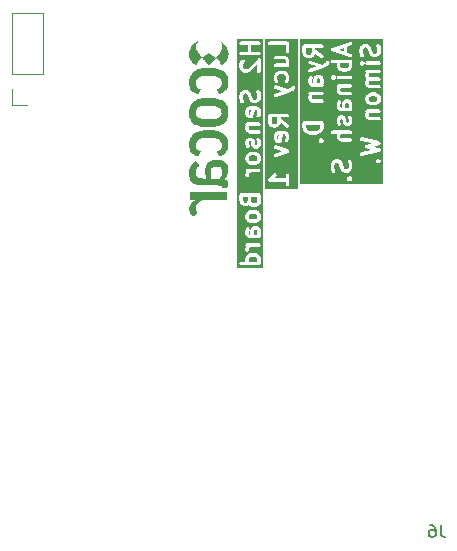
<source format=gbr>
%TF.GenerationSoftware,KiCad,Pcbnew,7.0.6*%
%TF.CreationDate,2023-11-26T00:53:47-07:00*%
%TF.ProjectId,H2 Sensor Board Lucy Rev 1,48322053-656e-4736-9f72-20426f617264,rev?*%
%TF.SameCoordinates,Original*%
%TF.FileFunction,Legend,Bot*%
%TF.FilePolarity,Positive*%
%FSLAX46Y46*%
G04 Gerber Fmt 4.6, Leading zero omitted, Abs format (unit mm)*
G04 Created by KiCad (PCBNEW 7.0.6) date 2023-11-26 00:53:47*
%MOMM*%
%LPD*%
G01*
G04 APERTURE LIST*
%ADD10C,0.300000*%
%ADD11C,0.150000*%
%ADD12C,0.120000*%
G04 APERTURE END LIST*
D10*
G36*
X151055411Y-89582168D02*
G01*
X151003060Y-89555993D01*
X150969828Y-89489528D01*
X150969828Y-89274635D01*
X151003060Y-89208170D01*
X151069524Y-89174939D01*
X151136858Y-89174939D01*
X151055411Y-89582168D01*
G37*
G36*
X150955542Y-88132386D02*
G01*
X150910835Y-88221799D01*
X150873830Y-88258804D01*
X150784418Y-88303510D01*
X150640952Y-88303510D01*
X150551539Y-88258804D01*
X150514535Y-88221800D01*
X150469828Y-88132385D01*
X150469828Y-87746367D01*
X150955542Y-87746367D01*
X150955542Y-88132386D01*
G37*
G36*
X152683845Y-93817796D02*
G01*
X149955542Y-93817796D01*
X149955542Y-93024938D01*
X150169828Y-93024938D01*
X150171111Y-93029728D01*
X150170139Y-93034592D01*
X150181084Y-93066947D01*
X150189924Y-93099938D01*
X150193430Y-93103444D01*
X150195020Y-93108143D01*
X150220674Y-93130688D01*
X150244828Y-93154842D01*
X150249619Y-93156125D01*
X150253344Y-93159399D01*
X150286831Y-93166096D01*
X150319828Y-93174938D01*
X151669828Y-93174938D01*
X151669828Y-93453510D01*
X151689924Y-93528510D01*
X151744828Y-93583414D01*
X151819828Y-93603510D01*
X151894828Y-93583414D01*
X151949732Y-93528510D01*
X151969828Y-93453510D01*
X151969828Y-92596367D01*
X151949732Y-92521367D01*
X151894828Y-92466463D01*
X151819828Y-92446367D01*
X151744828Y-92466463D01*
X151689924Y-92521367D01*
X151669828Y-92596367D01*
X151669828Y-92874938D01*
X150753389Y-92874938D01*
X150783037Y-92845290D01*
X150795112Y-92824374D01*
X150811135Y-92806306D01*
X150882564Y-92663450D01*
X150898131Y-92587380D01*
X150873577Y-92513719D01*
X150815482Y-92462203D01*
X150739413Y-92446636D01*
X150665752Y-92471190D01*
X150614236Y-92529285D01*
X150553693Y-92650369D01*
X150438552Y-92765510D01*
X150236623Y-92900130D01*
X150214077Y-92925784D01*
X150189924Y-92949938D01*
X150188640Y-92954729D01*
X150185367Y-92958454D01*
X150178669Y-92991941D01*
X150169828Y-93024938D01*
X149955542Y-93024938D01*
X149955542Y-90926571D01*
X150672267Y-90926571D01*
X150678567Y-91003960D01*
X150722717Y-91067832D01*
X150792889Y-91101071D01*
X150870278Y-91094771D01*
X151870278Y-90737628D01*
X151892510Y-90722260D01*
X151916939Y-90710689D01*
X151923973Y-90700512D01*
X151934150Y-90693478D01*
X151945721Y-90669049D01*
X151961089Y-90646817D01*
X151962092Y-90634487D01*
X151967389Y-90623306D01*
X151965195Y-90596366D01*
X151967389Y-90569428D01*
X151962092Y-90558246D01*
X151961089Y-90545917D01*
X151945721Y-90523684D01*
X151934150Y-90499256D01*
X151923973Y-90492221D01*
X151916939Y-90482045D01*
X151892510Y-90470473D01*
X151870278Y-90455106D01*
X150870278Y-90097963D01*
X150792889Y-90091663D01*
X150722717Y-90124902D01*
X150678567Y-90188774D01*
X150672267Y-90266163D01*
X150705506Y-90336335D01*
X150769378Y-90380485D01*
X151373846Y-90596367D01*
X150769378Y-90812249D01*
X150705506Y-90856399D01*
X150672267Y-90926571D01*
X149955542Y-90926571D01*
X149955542Y-89524939D01*
X150669828Y-89524939D01*
X150678751Y-89558240D01*
X150685664Y-89592021D01*
X150757093Y-89734878D01*
X150763179Y-89741741D01*
X150766080Y-89750444D01*
X150788620Y-89770432D01*
X150808609Y-89792973D01*
X150817311Y-89795873D01*
X150824175Y-89801960D01*
X150967031Y-89873389D01*
X151000813Y-89880302D01*
X151034114Y-89889225D01*
X151176971Y-89889225D01*
X151200613Y-89882890D01*
X151225038Y-89881315D01*
X151237501Y-89873006D01*
X151251971Y-89869129D01*
X151269277Y-89851822D01*
X151289644Y-89838245D01*
X151296283Y-89824816D01*
X151306875Y-89814225D01*
X151313209Y-89790582D01*
X151324058Y-89768642D01*
X151442798Y-89174939D01*
X151570133Y-89174939D01*
X151636597Y-89208171D01*
X151669828Y-89274634D01*
X151669828Y-89489529D01*
X151614236Y-89600714D01*
X151598669Y-89676784D01*
X151623223Y-89750445D01*
X151681318Y-89801960D01*
X151757388Y-89817527D01*
X151831049Y-89792973D01*
X151882564Y-89734878D01*
X151953992Y-89592020D01*
X151960903Y-89558244D01*
X151969828Y-89524939D01*
X151969828Y-89239225D01*
X151960906Y-89205928D01*
X151953993Y-89172144D01*
X151882564Y-89029286D01*
X151876478Y-89022423D01*
X151873577Y-89013718D01*
X151851032Y-88993726D01*
X151831049Y-88971191D01*
X151822346Y-88968290D01*
X151815482Y-88962203D01*
X151672623Y-88890775D01*
X151638847Y-88883863D01*
X151605542Y-88874939D01*
X151034114Y-88874939D01*
X151000808Y-88883863D01*
X150967033Y-88890775D01*
X150824175Y-88962203D01*
X150817312Y-88968288D01*
X150808608Y-88971190D01*
X150788620Y-88993730D01*
X150766080Y-89013718D01*
X150763178Y-89022422D01*
X150757093Y-89029285D01*
X150685664Y-89172143D01*
X150678751Y-89205923D01*
X150669828Y-89239225D01*
X150669828Y-89524939D01*
X149955542Y-89524939D01*
X149955542Y-88167796D01*
X150169828Y-88167796D01*
X150178751Y-88201097D01*
X150185664Y-88234878D01*
X150257093Y-88377735D01*
X150273115Y-88395803D01*
X150285190Y-88416718D01*
X150356618Y-88488147D01*
X150377533Y-88500222D01*
X150395603Y-88516246D01*
X150538461Y-88587674D01*
X150572236Y-88594585D01*
X150605542Y-88603510D01*
X150819828Y-88603510D01*
X150853131Y-88594586D01*
X150886910Y-88587674D01*
X151029767Y-88516246D01*
X151047836Y-88500222D01*
X151068751Y-88488148D01*
X151140180Y-88416719D01*
X151152254Y-88395804D01*
X151168278Y-88377735D01*
X151239706Y-88234877D01*
X151240485Y-88231068D01*
X151733809Y-88576395D01*
X151806775Y-88602941D01*
X151883240Y-88589447D01*
X151942713Y-88539529D01*
X151969259Y-88466563D01*
X151955765Y-88390098D01*
X151905847Y-88330625D01*
X151255542Y-87875411D01*
X151255542Y-87746367D01*
X151819828Y-87746367D01*
X151894828Y-87726271D01*
X151949732Y-87671367D01*
X151969828Y-87596367D01*
X151949732Y-87521367D01*
X151894828Y-87466463D01*
X151819828Y-87446367D01*
X150319828Y-87446367D01*
X150244828Y-87466463D01*
X150189924Y-87521367D01*
X150169828Y-87596367D01*
X150169828Y-88167796D01*
X149955542Y-88167796D01*
X149955542Y-85855143D01*
X150672267Y-85855143D01*
X150678567Y-85932532D01*
X150722717Y-85996404D01*
X150792889Y-86029643D01*
X150870278Y-86023343D01*
X151870278Y-85666200D01*
X151872658Y-85664554D01*
X151875537Y-85664211D01*
X152232680Y-85521353D01*
X152256870Y-85503255D01*
X152283037Y-85488148D01*
X152354466Y-85416719D01*
X152366540Y-85395804D01*
X152382564Y-85377735D01*
X152453992Y-85234877D01*
X152469559Y-85158808D01*
X152445005Y-85085147D01*
X152386910Y-85033632D01*
X152310840Y-85018065D01*
X152237179Y-85042619D01*
X152185664Y-85100714D01*
X152125121Y-85221799D01*
X152092676Y-85254244D01*
X151816821Y-85364586D01*
X150870278Y-85026535D01*
X150792889Y-85020235D01*
X150722717Y-85053474D01*
X150678567Y-85117346D01*
X150672267Y-85194735D01*
X150705506Y-85264907D01*
X150769378Y-85309057D01*
X151373846Y-85524939D01*
X150769378Y-85740821D01*
X150705506Y-85784971D01*
X150672267Y-85855143D01*
X149955542Y-85855143D01*
X149955542Y-84524939D01*
X150669828Y-84524939D01*
X150678751Y-84558240D01*
X150685664Y-84592021D01*
X150757093Y-84734879D01*
X150808608Y-84792974D01*
X150882270Y-84817528D01*
X150958339Y-84801961D01*
X151016434Y-84750446D01*
X151040988Y-84676784D01*
X151025421Y-84600715D01*
X150969828Y-84489529D01*
X150969828Y-84274635D01*
X151014535Y-84185220D01*
X151051539Y-84148216D01*
X151140952Y-84103511D01*
X151498704Y-84103511D01*
X151588116Y-84148216D01*
X151625121Y-84185221D01*
X151669828Y-84274634D01*
X151669828Y-84489529D01*
X151614236Y-84600716D01*
X151598669Y-84676785D01*
X151623224Y-84750446D01*
X151681319Y-84801961D01*
X151757388Y-84817528D01*
X151831049Y-84792973D01*
X151882564Y-84734878D01*
X151953993Y-84592020D01*
X151960906Y-84558235D01*
X151969828Y-84524939D01*
X151969828Y-84239225D01*
X151960903Y-84205919D01*
X151953992Y-84172144D01*
X151882564Y-84029286D01*
X151866540Y-84011216D01*
X151854466Y-83990302D01*
X151783037Y-83918873D01*
X151762122Y-83906798D01*
X151744053Y-83890775D01*
X151601196Y-83819347D01*
X151567417Y-83812434D01*
X151534114Y-83803511D01*
X151105542Y-83803511D01*
X151072236Y-83812435D01*
X151038461Y-83819347D01*
X150895603Y-83890775D01*
X150877533Y-83906798D01*
X150856618Y-83918874D01*
X150785190Y-83990303D01*
X150773115Y-84011217D01*
X150757093Y-84029286D01*
X150685664Y-84172143D01*
X150678751Y-84205923D01*
X150669828Y-84239225D01*
X150669828Y-84524939D01*
X149955542Y-84524939D01*
X149955542Y-83310654D01*
X150669828Y-83310654D01*
X150689924Y-83385654D01*
X150744828Y-83440558D01*
X150819828Y-83460654D01*
X151819828Y-83460654D01*
X151894828Y-83440558D01*
X151949732Y-83385654D01*
X151969828Y-83310654D01*
X151949732Y-83235654D01*
X151928503Y-83214425D01*
X151953992Y-83163449D01*
X151960903Y-83129673D01*
X151969828Y-83096368D01*
X151969828Y-82882082D01*
X151960903Y-82848776D01*
X151953992Y-82815001D01*
X151882564Y-82672143D01*
X151876478Y-82665280D01*
X151873577Y-82656576D01*
X151851036Y-82636588D01*
X151831049Y-82614048D01*
X151822344Y-82611146D01*
X151815482Y-82605061D01*
X151672624Y-82533632D01*
X151638843Y-82526719D01*
X151605542Y-82517796D01*
X150819828Y-82517796D01*
X150744828Y-82537892D01*
X150689924Y-82592796D01*
X150669828Y-82667796D01*
X150689924Y-82742796D01*
X150744828Y-82797700D01*
X150819828Y-82817796D01*
X151570132Y-82817796D01*
X151636596Y-82851028D01*
X151669828Y-82917491D01*
X151669828Y-83060958D01*
X151625121Y-83150371D01*
X151614839Y-83160654D01*
X150819828Y-83160654D01*
X150744828Y-83180750D01*
X150689924Y-83235654D01*
X150669828Y-83310654D01*
X149955542Y-83310654D01*
X149955542Y-81453510D01*
X150169828Y-81453510D01*
X150189924Y-81528510D01*
X150244828Y-81583414D01*
X150319828Y-81603510D01*
X151669828Y-81603510D01*
X151669828Y-82167796D01*
X151689924Y-82242796D01*
X151744828Y-82297700D01*
X151819828Y-82317796D01*
X151894828Y-82297700D01*
X151949732Y-82242796D01*
X151969828Y-82167796D01*
X151969828Y-81453510D01*
X151949732Y-81378510D01*
X151894828Y-81323606D01*
X151819828Y-81303510D01*
X150319828Y-81303510D01*
X150244828Y-81323606D01*
X150189924Y-81378510D01*
X150169828Y-81453510D01*
X149955542Y-81453510D01*
X149955542Y-81089224D01*
X152683845Y-81089224D01*
X152683845Y-93817796D01*
G37*
G36*
X149175116Y-99576786D02*
G01*
X149212121Y-99613791D01*
X149256828Y-99703204D01*
X149256828Y-99918099D01*
X149242695Y-99946367D01*
X148570962Y-99946367D01*
X148556828Y-99918098D01*
X148556828Y-99703205D01*
X148601535Y-99613790D01*
X148638539Y-99576786D01*
X148727952Y-99532081D01*
X149085704Y-99532081D01*
X149175116Y-99576786D01*
G37*
G36*
X149223597Y-97279599D02*
G01*
X149256828Y-97346062D01*
X149256828Y-97632385D01*
X149242695Y-97660653D01*
X148985400Y-97660653D01*
X148985400Y-97346062D01*
X149018631Y-97279598D01*
X149085095Y-97246367D01*
X149157133Y-97246367D01*
X149223597Y-97279599D01*
G37*
G36*
X149175116Y-95933929D02*
G01*
X149212121Y-95970934D01*
X149256828Y-96060347D01*
X149256828Y-96203814D01*
X149212121Y-96293227D01*
X149175116Y-96330232D01*
X149085704Y-96374938D01*
X148727952Y-96374938D01*
X148638539Y-96330232D01*
X148601535Y-96293228D01*
X148556828Y-96203813D01*
X148556828Y-96060348D01*
X148601535Y-95970933D01*
X148638539Y-95933929D01*
X148727952Y-95889224D01*
X149085704Y-95889224D01*
X149175116Y-95933929D01*
G37*
G36*
X149256828Y-94846671D02*
G01*
X149212121Y-94936084D01*
X149175116Y-94973089D01*
X149085704Y-95017795D01*
X148942238Y-95017795D01*
X148852824Y-94973088D01*
X148823647Y-94943911D01*
X148771114Y-94786309D01*
X148771114Y-94460652D01*
X149256828Y-94460652D01*
X149256828Y-94846671D01*
G37*
G36*
X148471114Y-94775242D02*
G01*
X148426407Y-94864655D01*
X148389403Y-94901659D01*
X148299990Y-94946367D01*
X148227952Y-94946367D01*
X148138539Y-94901660D01*
X148101535Y-94864656D01*
X148056828Y-94775241D01*
X148056828Y-94460652D01*
X148471114Y-94460652D01*
X148471114Y-94775242D01*
G37*
G36*
X149175116Y-91005358D02*
G01*
X149212121Y-91042363D01*
X149256828Y-91131776D01*
X149256828Y-91275243D01*
X149212121Y-91364656D01*
X149175116Y-91401661D01*
X149085704Y-91446367D01*
X148727952Y-91446367D01*
X148638539Y-91401661D01*
X148601535Y-91364657D01*
X148556828Y-91275242D01*
X148556828Y-91131777D01*
X148601535Y-91042362D01*
X148638539Y-91005358D01*
X148727952Y-90960653D01*
X149085704Y-90960653D01*
X149175116Y-91005358D01*
G37*
G36*
X148642411Y-87510739D02*
G01*
X148590060Y-87484564D01*
X148556828Y-87418099D01*
X148556828Y-87203205D01*
X148590060Y-87136741D01*
X148656524Y-87103510D01*
X148723858Y-87103510D01*
X148642411Y-87510739D01*
G37*
G36*
X149771114Y-100460653D02*
G01*
X147542542Y-100460653D01*
X147542542Y-100096367D01*
X147756828Y-100096367D01*
X147776924Y-100171367D01*
X147831828Y-100226271D01*
X147906828Y-100246367D01*
X149406828Y-100246367D01*
X149481828Y-100226271D01*
X149536732Y-100171367D01*
X149556828Y-100096367D01*
X149538083Y-100026409D01*
X149540993Y-100020590D01*
X149547906Y-99986805D01*
X149556828Y-99953509D01*
X149556828Y-99667795D01*
X149547903Y-99634489D01*
X149540992Y-99600714D01*
X149469564Y-99457856D01*
X149453540Y-99439786D01*
X149441466Y-99418872D01*
X149370037Y-99347443D01*
X149349122Y-99335368D01*
X149331053Y-99319345D01*
X149188196Y-99247917D01*
X149154417Y-99241004D01*
X149121114Y-99232081D01*
X148692542Y-99232081D01*
X148659236Y-99241005D01*
X148625461Y-99247917D01*
X148482603Y-99319345D01*
X148464533Y-99335368D01*
X148443618Y-99347444D01*
X148372190Y-99418873D01*
X148360115Y-99439787D01*
X148344093Y-99457856D01*
X148272664Y-99600713D01*
X148265751Y-99634493D01*
X148256828Y-99667795D01*
X148256828Y-99946367D01*
X147906828Y-99946367D01*
X147831828Y-99966463D01*
X147776924Y-100021367D01*
X147756828Y-100096367D01*
X147542542Y-100096367D01*
X147542542Y-98953510D01*
X148256828Y-98953510D01*
X148276924Y-99028510D01*
X148331828Y-99083414D01*
X148406828Y-99103510D01*
X148481828Y-99083414D01*
X148536732Y-99028510D01*
X148556828Y-98953510D01*
X148556828Y-98846063D01*
X148601535Y-98756648D01*
X148638539Y-98719644D01*
X148727952Y-98674938D01*
X149406828Y-98674938D01*
X149481828Y-98654842D01*
X149536732Y-98599938D01*
X149556828Y-98524938D01*
X149536732Y-98449938D01*
X149481828Y-98395034D01*
X149406828Y-98374938D01*
X148406828Y-98374938D01*
X148331828Y-98395034D01*
X148276924Y-98449938D01*
X148256828Y-98524938D01*
X148276924Y-98599938D01*
X148321961Y-98644975D01*
X148272664Y-98743571D01*
X148265751Y-98777351D01*
X148256828Y-98810653D01*
X148256828Y-98953510D01*
X147542542Y-98953510D01*
X147542542Y-97596367D01*
X148256828Y-97596367D01*
X148265751Y-97629668D01*
X148272664Y-97663449D01*
X148344093Y-97806306D01*
X148350179Y-97813169D01*
X148353080Y-97821872D01*
X148375620Y-97841860D01*
X148395609Y-97864401D01*
X148404311Y-97867301D01*
X148411175Y-97873388D01*
X148554031Y-97944817D01*
X148587813Y-97951730D01*
X148621114Y-97960653D01*
X149406828Y-97960653D01*
X149481828Y-97940557D01*
X149536732Y-97885653D01*
X149556828Y-97810653D01*
X149538083Y-97740695D01*
X149540993Y-97734876D01*
X149547906Y-97701091D01*
X149556828Y-97667795D01*
X149556828Y-97310653D01*
X149547906Y-97277356D01*
X149540993Y-97243572D01*
X149469564Y-97100714D01*
X149463478Y-97093851D01*
X149460577Y-97085146D01*
X149438032Y-97065154D01*
X149418049Y-97042619D01*
X149409346Y-97039718D01*
X149402482Y-97033631D01*
X149259623Y-96962203D01*
X149225847Y-96955291D01*
X149192542Y-96946367D01*
X149049685Y-96946367D01*
X149016379Y-96955291D01*
X148982604Y-96962203D01*
X148839746Y-97033631D01*
X148832883Y-97039716D01*
X148824179Y-97042618D01*
X148804191Y-97065158D01*
X148781651Y-97085146D01*
X148778749Y-97093850D01*
X148772664Y-97100713D01*
X148701236Y-97243572D01*
X148694324Y-97277347D01*
X148685400Y-97310653D01*
X148685400Y-97632385D01*
X148671266Y-97660653D01*
X148656524Y-97660653D01*
X148590060Y-97627421D01*
X148556828Y-97560956D01*
X148556828Y-97346063D01*
X148612421Y-97234877D01*
X148627988Y-97158808D01*
X148603434Y-97085146D01*
X148545339Y-97033631D01*
X148469270Y-97018064D01*
X148395608Y-97042618D01*
X148344093Y-97100713D01*
X148272664Y-97243571D01*
X148265751Y-97277351D01*
X148256828Y-97310653D01*
X148256828Y-97596367D01*
X147542542Y-97596367D01*
X147542542Y-96239224D01*
X148256828Y-96239224D01*
X148265751Y-96272525D01*
X148272664Y-96306306D01*
X148344093Y-96449163D01*
X148360115Y-96467231D01*
X148372190Y-96488146D01*
X148443618Y-96559575D01*
X148464533Y-96571650D01*
X148482603Y-96587674D01*
X148625461Y-96659102D01*
X148659236Y-96666013D01*
X148692542Y-96674938D01*
X149121114Y-96674938D01*
X149154417Y-96666014D01*
X149188196Y-96659102D01*
X149331053Y-96587674D01*
X149349122Y-96571650D01*
X149370037Y-96559576D01*
X149441466Y-96488147D01*
X149453540Y-96467232D01*
X149469564Y-96449163D01*
X149540992Y-96306305D01*
X149547903Y-96272529D01*
X149556828Y-96239224D01*
X149556828Y-96024938D01*
X149547903Y-95991632D01*
X149540992Y-95957857D01*
X149469564Y-95814999D01*
X149453540Y-95796929D01*
X149441466Y-95776015D01*
X149370037Y-95704586D01*
X149349122Y-95692511D01*
X149331053Y-95676488D01*
X149188196Y-95605060D01*
X149154417Y-95598147D01*
X149121114Y-95589224D01*
X148692542Y-95589224D01*
X148659236Y-95598148D01*
X148625461Y-95605060D01*
X148482603Y-95676488D01*
X148464533Y-95692511D01*
X148443618Y-95704587D01*
X148372190Y-95776016D01*
X148360115Y-95796930D01*
X148344093Y-95814999D01*
X148272664Y-95957856D01*
X148265751Y-95991636D01*
X148256828Y-96024938D01*
X148256828Y-96239224D01*
X147542542Y-96239224D01*
X147542542Y-94810652D01*
X147756828Y-94810652D01*
X147765751Y-94843953D01*
X147772664Y-94877734D01*
X147844093Y-95020592D01*
X147860116Y-95038661D01*
X147872191Y-95059576D01*
X147943619Y-95131004D01*
X147964534Y-95143079D01*
X147982603Y-95159102D01*
X148125459Y-95230531D01*
X148159241Y-95237444D01*
X148192542Y-95246367D01*
X148335400Y-95246367D01*
X148368701Y-95237443D01*
X148402482Y-95230531D01*
X148545339Y-95159102D01*
X148563407Y-95143079D01*
X148584323Y-95131004D01*
X148585687Y-95129639D01*
X148586476Y-95131004D01*
X148657905Y-95202433D01*
X148678819Y-95214507D01*
X148696889Y-95230531D01*
X148839747Y-95301959D01*
X148873522Y-95308870D01*
X148906828Y-95317795D01*
X149121114Y-95317795D01*
X149154417Y-95308871D01*
X149188196Y-95301959D01*
X149331053Y-95230531D01*
X149349122Y-95214507D01*
X149370037Y-95202433D01*
X149441466Y-95131004D01*
X149453540Y-95110089D01*
X149469564Y-95092020D01*
X149540992Y-94949162D01*
X149547903Y-94915386D01*
X149556828Y-94882081D01*
X149556828Y-94310652D01*
X149536732Y-94235652D01*
X149481828Y-94180748D01*
X149406828Y-94160652D01*
X147906828Y-94160652D01*
X147831828Y-94180748D01*
X147776924Y-94235652D01*
X147756828Y-94310652D01*
X147756828Y-94810652D01*
X147542542Y-94810652D01*
X147542542Y-92667796D01*
X148256828Y-92667796D01*
X148276924Y-92742796D01*
X148331828Y-92797700D01*
X148406828Y-92817796D01*
X148481828Y-92797700D01*
X148536732Y-92742796D01*
X148556828Y-92667796D01*
X148556828Y-92560349D01*
X148601535Y-92470934D01*
X148638539Y-92433930D01*
X148727952Y-92389224D01*
X149406828Y-92389224D01*
X149481828Y-92369128D01*
X149536732Y-92314224D01*
X149556828Y-92239224D01*
X149536732Y-92164224D01*
X149481828Y-92109320D01*
X149406828Y-92089224D01*
X148406828Y-92089224D01*
X148331828Y-92109320D01*
X148276924Y-92164224D01*
X148256828Y-92239224D01*
X148276924Y-92314224D01*
X148321961Y-92359261D01*
X148272664Y-92457857D01*
X148265751Y-92491637D01*
X148256828Y-92524939D01*
X148256828Y-92667796D01*
X147542542Y-92667796D01*
X147542542Y-91310653D01*
X148256828Y-91310653D01*
X148265751Y-91343954D01*
X148272664Y-91377735D01*
X148344093Y-91520592D01*
X148360115Y-91538660D01*
X148372190Y-91559575D01*
X148443618Y-91631004D01*
X148464533Y-91643079D01*
X148482603Y-91659103D01*
X148625461Y-91730531D01*
X148659236Y-91737442D01*
X148692542Y-91746367D01*
X149121114Y-91746367D01*
X149154417Y-91737443D01*
X149188196Y-91730531D01*
X149331053Y-91659103D01*
X149349122Y-91643079D01*
X149370037Y-91631005D01*
X149441466Y-91559576D01*
X149453540Y-91538661D01*
X149469564Y-91520592D01*
X149540992Y-91377734D01*
X149547903Y-91343958D01*
X149556828Y-91310653D01*
X149556828Y-91096367D01*
X149547903Y-91063061D01*
X149540992Y-91029286D01*
X149469564Y-90886428D01*
X149453540Y-90868358D01*
X149441466Y-90847444D01*
X149370037Y-90776015D01*
X149349122Y-90763940D01*
X149331053Y-90747917D01*
X149188196Y-90676489D01*
X149154417Y-90669576D01*
X149121114Y-90660653D01*
X148692542Y-90660653D01*
X148659236Y-90669577D01*
X148625461Y-90676489D01*
X148482603Y-90747917D01*
X148464533Y-90763940D01*
X148443618Y-90776016D01*
X148372190Y-90847445D01*
X148360115Y-90868359D01*
X148344093Y-90886428D01*
X148272664Y-91029285D01*
X148265751Y-91063065D01*
X148256828Y-91096367D01*
X148256828Y-91310653D01*
X147542542Y-91310653D01*
X147542542Y-90024938D01*
X148256828Y-90024938D01*
X148265751Y-90058239D01*
X148272664Y-90092020D01*
X148344093Y-90234877D01*
X148395609Y-90292972D01*
X148469270Y-90317526D01*
X148545339Y-90301959D01*
X148603434Y-90250443D01*
X148627988Y-90176782D01*
X148612421Y-90100712D01*
X148556828Y-89989527D01*
X148556828Y-89846063D01*
X148590060Y-89779598D01*
X148656524Y-89746367D01*
X148657133Y-89746367D01*
X148723597Y-89779599D01*
X148756828Y-89846062D01*
X148756828Y-90024938D01*
X148765751Y-90058239D01*
X148772664Y-90092020D01*
X148844093Y-90234877D01*
X148850179Y-90241740D01*
X148853080Y-90250443D01*
X148875620Y-90270431D01*
X148895609Y-90292972D01*
X148904311Y-90295872D01*
X148911175Y-90301959D01*
X149054031Y-90373388D01*
X149087813Y-90380301D01*
X149121114Y-90389224D01*
X149192542Y-90389224D01*
X149225843Y-90380300D01*
X149259624Y-90373388D01*
X149402482Y-90301959D01*
X149409344Y-90295873D01*
X149418049Y-90292972D01*
X149438036Y-90270431D01*
X149460577Y-90250444D01*
X149463478Y-90241739D01*
X149469564Y-90234877D01*
X149540992Y-90092019D01*
X149547903Y-90058243D01*
X149556828Y-90024938D01*
X149556828Y-89739224D01*
X149547903Y-89705918D01*
X149540992Y-89672143D01*
X149469564Y-89529285D01*
X149418049Y-89471190D01*
X149344388Y-89446636D01*
X149268318Y-89462203D01*
X149210223Y-89513718D01*
X149185669Y-89587379D01*
X149201236Y-89663449D01*
X149256828Y-89774633D01*
X149256828Y-89989528D01*
X149223596Y-90055991D01*
X149157132Y-90089224D01*
X149156524Y-90089224D01*
X149090060Y-90055992D01*
X149056828Y-89989527D01*
X149056828Y-89810653D01*
X149047906Y-89777356D01*
X149040993Y-89743572D01*
X148969564Y-89600714D01*
X148963478Y-89593851D01*
X148960577Y-89585146D01*
X148938032Y-89565154D01*
X148918049Y-89542619D01*
X148909346Y-89539718D01*
X148902482Y-89533631D01*
X148759623Y-89462203D01*
X148725847Y-89455291D01*
X148692542Y-89446367D01*
X148621114Y-89446367D01*
X148587808Y-89455291D01*
X148554033Y-89462203D01*
X148411175Y-89533631D01*
X148404312Y-89539716D01*
X148395608Y-89542618D01*
X148375620Y-89565158D01*
X148353080Y-89585146D01*
X148350178Y-89593850D01*
X148344093Y-89600713D01*
X148272664Y-89743571D01*
X148265751Y-89777351D01*
X148256828Y-89810653D01*
X148256828Y-90024938D01*
X147542542Y-90024938D01*
X147542542Y-88739224D01*
X148256828Y-88739224D01*
X148265751Y-88772525D01*
X148272664Y-88806306D01*
X148344093Y-88949163D01*
X148350179Y-88956026D01*
X148353080Y-88964729D01*
X148375620Y-88984717D01*
X148395609Y-89007258D01*
X148404311Y-89010158D01*
X148411175Y-89016245D01*
X148554031Y-89087674D01*
X148587813Y-89094587D01*
X148621114Y-89103510D01*
X149406828Y-89103510D01*
X149481828Y-89083414D01*
X149536732Y-89028510D01*
X149556828Y-88953510D01*
X149536732Y-88878510D01*
X149481828Y-88823606D01*
X149406828Y-88803510D01*
X148656524Y-88803510D01*
X148590060Y-88770278D01*
X148556828Y-88703813D01*
X148556828Y-88560348D01*
X148601535Y-88470933D01*
X148611818Y-88460652D01*
X149406828Y-88460652D01*
X149481828Y-88440556D01*
X149536732Y-88385652D01*
X149556828Y-88310652D01*
X149536732Y-88235652D01*
X149481828Y-88180748D01*
X149406828Y-88160652D01*
X148406828Y-88160652D01*
X148331828Y-88180748D01*
X148276924Y-88235652D01*
X148256828Y-88310652D01*
X148276924Y-88385652D01*
X148298152Y-88406880D01*
X148272664Y-88457856D01*
X148265751Y-88491636D01*
X148256828Y-88524938D01*
X148256828Y-88739224D01*
X147542542Y-88739224D01*
X147542542Y-87453510D01*
X148256828Y-87453510D01*
X148265751Y-87486811D01*
X148272664Y-87520592D01*
X148344093Y-87663449D01*
X148350179Y-87670312D01*
X148353080Y-87679015D01*
X148375620Y-87699003D01*
X148395609Y-87721544D01*
X148404311Y-87724444D01*
X148411175Y-87730531D01*
X148554031Y-87801960D01*
X148587813Y-87808873D01*
X148621114Y-87817796D01*
X148763971Y-87817796D01*
X148787613Y-87811461D01*
X148812038Y-87809886D01*
X148824501Y-87801577D01*
X148838971Y-87797700D01*
X148856277Y-87780393D01*
X148876644Y-87766816D01*
X148883283Y-87753387D01*
X148893875Y-87742796D01*
X148900209Y-87719153D01*
X148911058Y-87697213D01*
X149029798Y-87103510D01*
X149157133Y-87103510D01*
X149223597Y-87136742D01*
X149256828Y-87203205D01*
X149256828Y-87418100D01*
X149201236Y-87529285D01*
X149185669Y-87605355D01*
X149210223Y-87679016D01*
X149268318Y-87730531D01*
X149344388Y-87746098D01*
X149418049Y-87721544D01*
X149469564Y-87663449D01*
X149540992Y-87520591D01*
X149547903Y-87486815D01*
X149556828Y-87453510D01*
X149556828Y-87167796D01*
X149547906Y-87134499D01*
X149540993Y-87100715D01*
X149469564Y-86957857D01*
X149463478Y-86950994D01*
X149460577Y-86942289D01*
X149438032Y-86922297D01*
X149418049Y-86899762D01*
X149409346Y-86896861D01*
X149402482Y-86890774D01*
X149259623Y-86819346D01*
X149225847Y-86812434D01*
X149192542Y-86803510D01*
X148621114Y-86803510D01*
X148587808Y-86812434D01*
X148554033Y-86819346D01*
X148411175Y-86890774D01*
X148404312Y-86896859D01*
X148395608Y-86899761D01*
X148375620Y-86922301D01*
X148353080Y-86942289D01*
X148350178Y-86950993D01*
X148344093Y-86957856D01*
X148272664Y-87100714D01*
X148265751Y-87134494D01*
X148256828Y-87167796D01*
X148256828Y-87453510D01*
X147542542Y-87453510D01*
X147542542Y-86167796D01*
X147756828Y-86167796D01*
X147763078Y-86191124D01*
X147764526Y-86215230D01*
X147835954Y-86429516D01*
X147878736Y-86494312D01*
X147948185Y-86529037D01*
X148025691Y-86524384D01*
X148090488Y-86481602D01*
X148125212Y-86412153D01*
X148120559Y-86334647D01*
X148056828Y-86143455D01*
X148056828Y-85846063D01*
X148101535Y-85756648D01*
X148138539Y-85719644D01*
X148227952Y-85674939D01*
X148299990Y-85674939D01*
X148389401Y-85719644D01*
X148426406Y-85756649D01*
X148479586Y-85863009D01*
X148547021Y-86132747D01*
X148555057Y-86147224D01*
X148558378Y-86163449D01*
X148629807Y-86306307D01*
X148645830Y-86324376D01*
X148657906Y-86345292D01*
X148729335Y-86416720D01*
X148750249Y-86428794D01*
X148768318Y-86444817D01*
X148911174Y-86516246D01*
X148944956Y-86523159D01*
X148978257Y-86532082D01*
X149121114Y-86532082D01*
X149154415Y-86523158D01*
X149188196Y-86516246D01*
X149331053Y-86444817D01*
X149349121Y-86428794D01*
X149370036Y-86416720D01*
X149441465Y-86345292D01*
X149453542Y-86324374D01*
X149469564Y-86306306D01*
X149540993Y-86163448D01*
X149547906Y-86129663D01*
X149556828Y-86096367D01*
X149556828Y-85739225D01*
X149550578Y-85715899D01*
X149549131Y-85691791D01*
X149477703Y-85477505D01*
X149434921Y-85412709D01*
X149365472Y-85377984D01*
X149287966Y-85382636D01*
X149223170Y-85425418D01*
X149188445Y-85494867D01*
X149193097Y-85572373D01*
X149256828Y-85763567D01*
X149256828Y-86060957D01*
X149212122Y-86150369D01*
X149175118Y-86187374D01*
X149085704Y-86232082D01*
X149013667Y-86232082D01*
X148924253Y-86187374D01*
X148887248Y-86150370D01*
X148834069Y-86044011D01*
X148766635Y-85774273D01*
X148758598Y-85759796D01*
X148755278Y-85743570D01*
X148683849Y-85600714D01*
X148667826Y-85582645D01*
X148655752Y-85561731D01*
X148584324Y-85490302D01*
X148563408Y-85478226D01*
X148545339Y-85462203D01*
X148402482Y-85390775D01*
X148368703Y-85383862D01*
X148335400Y-85374939D01*
X148192542Y-85374939D01*
X148159236Y-85383863D01*
X148125461Y-85390775D01*
X147982603Y-85462203D01*
X147964533Y-85478226D01*
X147943618Y-85490302D01*
X147872190Y-85561731D01*
X147860115Y-85582645D01*
X147844093Y-85600714D01*
X147772664Y-85743571D01*
X147765751Y-85777351D01*
X147756828Y-85810653D01*
X147756828Y-86167796D01*
X147542542Y-86167796D01*
X147542542Y-83524939D01*
X147756828Y-83524939D01*
X147765751Y-83558240D01*
X147772664Y-83592021D01*
X147844093Y-83734879D01*
X147860116Y-83752948D01*
X147872191Y-83773863D01*
X147943619Y-83845291D01*
X147964534Y-83857366D01*
X147982603Y-83873389D01*
X148125459Y-83944818D01*
X148159241Y-83951731D01*
X148192542Y-83960654D01*
X148335400Y-83960654D01*
X148358728Y-83954403D01*
X148382835Y-83952956D01*
X148597119Y-83881527D01*
X148625882Y-83862535D01*
X148655751Y-83845291D01*
X149256828Y-83244213D01*
X149256828Y-83810654D01*
X149276924Y-83885654D01*
X149331828Y-83940558D01*
X149406828Y-83960654D01*
X149481828Y-83940558D01*
X149536732Y-83885654D01*
X149556828Y-83810654D01*
X149556828Y-82882082D01*
X149551717Y-82863007D01*
X149551717Y-82843259D01*
X149541843Y-82826156D01*
X149536732Y-82807082D01*
X149522767Y-82793117D01*
X149512894Y-82776016D01*
X149495792Y-82766142D01*
X149481828Y-82752178D01*
X149462753Y-82747066D01*
X149445651Y-82737193D01*
X149425903Y-82737193D01*
X149406828Y-82732082D01*
X149387753Y-82737193D01*
X149368005Y-82737193D01*
X149350902Y-82747066D01*
X149331828Y-82752178D01*
X149317863Y-82766142D01*
X149300762Y-82776016D01*
X148468657Y-83608120D01*
X148311059Y-83660654D01*
X148227952Y-83660654D01*
X148138539Y-83615947D01*
X148101535Y-83578943D01*
X148056828Y-83489529D01*
X148056828Y-83203206D01*
X148101534Y-83113793D01*
X148155751Y-83059577D01*
X148194574Y-82992334D01*
X148194574Y-82914688D01*
X148155751Y-82847445D01*
X148088508Y-82808622D01*
X148010862Y-82808622D01*
X147943619Y-82847445D01*
X147872191Y-82918873D01*
X147860116Y-82939787D01*
X147844093Y-82957857D01*
X147772664Y-83100715D01*
X147765751Y-83134495D01*
X147756828Y-83167797D01*
X147756828Y-83524939D01*
X147542542Y-83524939D01*
X147542542Y-82310653D01*
X147756828Y-82310653D01*
X147776924Y-82385653D01*
X147831828Y-82440557D01*
X147906828Y-82460653D01*
X148621114Y-82460653D01*
X149406828Y-82460653D01*
X149481828Y-82440557D01*
X149536732Y-82385653D01*
X149556828Y-82310653D01*
X149536732Y-82235653D01*
X149481828Y-82180749D01*
X149406828Y-82160653D01*
X148771114Y-82160653D01*
X148771114Y-81603510D01*
X149406828Y-81603510D01*
X149481828Y-81583414D01*
X149536732Y-81528510D01*
X149556828Y-81453510D01*
X149536732Y-81378510D01*
X149481828Y-81323606D01*
X149406828Y-81303510D01*
X147906828Y-81303510D01*
X147831828Y-81323606D01*
X147776924Y-81378510D01*
X147756828Y-81453510D01*
X147776924Y-81528510D01*
X147831828Y-81583414D01*
X147906828Y-81603510D01*
X148471114Y-81603510D01*
X148471114Y-82160653D01*
X147906828Y-82160653D01*
X147831828Y-82180749D01*
X147776924Y-82235653D01*
X147756828Y-82310653D01*
X147542542Y-82310653D01*
X147542542Y-81089224D01*
X149771114Y-81089224D01*
X149771114Y-100460653D01*
G37*
G36*
X154586828Y-88540310D02*
G01*
X154534294Y-88697912D01*
X154433688Y-88798517D01*
X154327328Y-88851698D01*
X154075507Y-88914653D01*
X153898149Y-88914653D01*
X153646327Y-88851697D01*
X153539968Y-88798518D01*
X153439361Y-88697911D01*
X153386828Y-88540312D01*
X153386828Y-88357510D01*
X154586828Y-88357510D01*
X154586828Y-88540310D01*
G37*
G36*
X156968597Y-86533600D02*
G01*
X157001828Y-86600063D01*
X157001828Y-86886386D01*
X156987695Y-86914654D01*
X156730400Y-86914654D01*
X156730400Y-86600063D01*
X156763631Y-86533599D01*
X156830095Y-86500368D01*
X156902133Y-86500368D01*
X156968597Y-86533600D01*
G37*
G36*
X159335116Y-85973644D02*
G01*
X159372121Y-86010649D01*
X159416828Y-86100062D01*
X159416828Y-86243529D01*
X159372121Y-86332942D01*
X159335116Y-86369947D01*
X159245704Y-86414653D01*
X158887952Y-86414653D01*
X158798539Y-86369947D01*
X158761535Y-86332943D01*
X158716828Y-86243528D01*
X158716828Y-86100063D01*
X158761535Y-86010648D01*
X158798539Y-85973644D01*
X158887952Y-85928939D01*
X159245704Y-85928939D01*
X159335116Y-85973644D01*
G37*
G36*
X154553597Y-84462171D02*
G01*
X154586828Y-84528634D01*
X154586828Y-84814957D01*
X154572695Y-84843225D01*
X154315400Y-84843225D01*
X154315400Y-84528634D01*
X154348631Y-84462170D01*
X154415095Y-84428939D01*
X154487133Y-84428939D01*
X154553597Y-84462171D01*
G37*
G36*
X157001828Y-83171491D02*
G01*
X157001828Y-83386386D01*
X156957121Y-83475799D01*
X156920116Y-83512804D01*
X156830704Y-83557510D01*
X156472952Y-83557510D01*
X156383539Y-83512804D01*
X156346535Y-83475800D01*
X156301828Y-83386385D01*
X156301828Y-83171491D01*
X156315962Y-83143224D01*
X156987695Y-83143224D01*
X157001828Y-83171491D01*
G37*
G36*
X153872542Y-82243529D02*
G01*
X153827835Y-82332942D01*
X153790830Y-82369947D01*
X153701418Y-82414653D01*
X153557952Y-82414653D01*
X153468539Y-82369947D01*
X153431535Y-82332943D01*
X153386828Y-82243528D01*
X153386828Y-81857510D01*
X153872542Y-81857510D01*
X153872542Y-82243529D01*
G37*
G36*
X156573257Y-82142254D02*
G01*
X156126168Y-81993225D01*
X156573257Y-81844195D01*
X156573257Y-82142254D01*
G37*
G36*
X159931114Y-93352400D02*
G01*
X152872542Y-93352400D01*
X152872542Y-92921796D01*
X156858971Y-92921796D01*
X156864082Y-92940870D01*
X156864082Y-92960619D01*
X156873955Y-92977721D01*
X156879067Y-92996796D01*
X156893031Y-93010760D01*
X156902905Y-93027862D01*
X156974335Y-93099291D01*
X156974335Y-93099292D01*
X157002755Y-93115699D01*
X157041577Y-93138114D01*
X157041578Y-93138114D01*
X157119224Y-93138114D01*
X157186464Y-93099292D01*
X157186466Y-93099291D01*
X157186467Y-93099290D01*
X157257895Y-93027861D01*
X157267768Y-93010759D01*
X157281732Y-92996796D01*
X157286843Y-92977721D01*
X157296717Y-92960619D01*
X157296717Y-92940870D01*
X157301828Y-92921796D01*
X157296717Y-92902721D01*
X157296717Y-92882973D01*
X157296717Y-92882972D01*
X157286842Y-92865869D01*
X157281732Y-92846796D01*
X157267767Y-92832831D01*
X157257894Y-92815730D01*
X157186466Y-92744302D01*
X157158047Y-92727894D01*
X157119224Y-92705479D01*
X157119223Y-92705479D01*
X157041577Y-92705479D01*
X157002754Y-92727893D01*
X156974335Y-92744301D01*
X156902906Y-92815729D01*
X156902905Y-92815729D01*
X156902905Y-92815730D01*
X156893031Y-92832831D01*
X156879067Y-92846796D01*
X156873956Y-92865869D01*
X156864082Y-92882972D01*
X156864082Y-92882973D01*
X156864082Y-92902721D01*
X156858971Y-92921796D01*
X152872542Y-92921796D01*
X152872542Y-92064654D01*
X155501828Y-92064654D01*
X155508078Y-92087982D01*
X155509526Y-92112088D01*
X155580954Y-92326374D01*
X155623736Y-92391170D01*
X155693185Y-92425895D01*
X155770691Y-92421242D01*
X155835488Y-92378460D01*
X155870212Y-92309011D01*
X155865559Y-92231505D01*
X155801828Y-92040313D01*
X155801828Y-91742921D01*
X155846535Y-91653506D01*
X155883539Y-91616502D01*
X155972952Y-91571797D01*
X156044990Y-91571797D01*
X156134401Y-91616502D01*
X156171406Y-91653507D01*
X156224586Y-91759867D01*
X156292021Y-92029605D01*
X156300057Y-92044082D01*
X156303378Y-92060307D01*
X156374807Y-92203165D01*
X156390830Y-92221234D01*
X156402906Y-92242150D01*
X156474335Y-92313578D01*
X156495249Y-92325652D01*
X156513318Y-92341675D01*
X156656174Y-92413104D01*
X156689956Y-92420017D01*
X156723257Y-92428940D01*
X156866114Y-92428940D01*
X156899415Y-92420016D01*
X156933196Y-92413104D01*
X157076053Y-92341675D01*
X157094121Y-92325652D01*
X157115036Y-92313578D01*
X157186465Y-92242150D01*
X157198542Y-92221232D01*
X157214564Y-92203164D01*
X157285993Y-92060306D01*
X157292906Y-92026521D01*
X157301828Y-91993225D01*
X157301828Y-91636083D01*
X157295578Y-91612757D01*
X157294131Y-91588649D01*
X157238514Y-91421796D01*
X159273971Y-91421796D01*
X159279082Y-91440870D01*
X159279082Y-91460619D01*
X159288955Y-91477721D01*
X159294067Y-91496796D01*
X159308031Y-91510760D01*
X159317905Y-91527862D01*
X159389334Y-91599291D01*
X159389335Y-91599292D01*
X159396586Y-91603478D01*
X159456577Y-91638114D01*
X159456578Y-91638114D01*
X159534224Y-91638114D01*
X159573047Y-91615698D01*
X159601466Y-91599291D01*
X159601467Y-91599290D01*
X159672895Y-91527861D01*
X159682768Y-91510759D01*
X159696732Y-91496796D01*
X159701843Y-91477721D01*
X159711717Y-91460619D01*
X159711717Y-91440870D01*
X159716828Y-91421796D01*
X159711717Y-91402721D01*
X159711717Y-91382973D01*
X159711717Y-91382972D01*
X159701842Y-91365869D01*
X159696732Y-91346796D01*
X159682767Y-91332831D01*
X159676673Y-91322276D01*
X159672894Y-91315730D01*
X159601466Y-91244302D01*
X159573047Y-91227894D01*
X159534224Y-91205479D01*
X159534223Y-91205479D01*
X159456577Y-91205479D01*
X159417754Y-91227893D01*
X159389335Y-91244301D01*
X159317906Y-91315729D01*
X159317905Y-91315729D01*
X159317905Y-91315730D01*
X159314126Y-91322276D01*
X159308031Y-91332831D01*
X159294067Y-91346796D01*
X159288956Y-91365869D01*
X159279082Y-91382972D01*
X159279082Y-91382973D01*
X159279082Y-91402721D01*
X159273971Y-91421796D01*
X157238514Y-91421796D01*
X157222703Y-91374363D01*
X157179921Y-91309567D01*
X157110472Y-91274842D01*
X157032966Y-91279494D01*
X156968170Y-91322276D01*
X156933445Y-91391725D01*
X156938097Y-91469231D01*
X157001828Y-91660425D01*
X157001828Y-91957815D01*
X156957122Y-92047227D01*
X156920118Y-92084232D01*
X156830704Y-92128940D01*
X156758667Y-92128940D01*
X156669253Y-92084232D01*
X156632248Y-92047228D01*
X156579069Y-91940869D01*
X156511635Y-91671131D01*
X156503598Y-91656654D01*
X156500278Y-91640428D01*
X156428849Y-91497572D01*
X156412826Y-91479503D01*
X156400752Y-91458589D01*
X156329324Y-91387160D01*
X156308408Y-91375084D01*
X156290339Y-91359061D01*
X156147482Y-91287633D01*
X156113703Y-91280720D01*
X156080400Y-91271797D01*
X155937542Y-91271797D01*
X155904236Y-91280721D01*
X155870461Y-91287633D01*
X155727603Y-91359061D01*
X155709533Y-91375084D01*
X155688618Y-91387160D01*
X155617190Y-91458589D01*
X155605115Y-91479503D01*
X155589093Y-91497572D01*
X155517664Y-91640429D01*
X155510751Y-91674209D01*
X155501828Y-91707511D01*
X155501828Y-92064654D01*
X152872542Y-92064654D01*
X152872542Y-90885111D01*
X157920907Y-90885111D01*
X157957828Y-90953417D01*
X158023956Y-90994111D01*
X158101571Y-90996289D01*
X159601571Y-90639146D01*
X159603562Y-90638069D01*
X159605824Y-90638067D01*
X159637577Y-90619683D01*
X159669877Y-90602225D01*
X159671063Y-90600297D01*
X159673021Y-90599164D01*
X159691328Y-90567366D01*
X159710571Y-90536097D01*
X159710634Y-90533834D01*
X159711763Y-90531874D01*
X159711719Y-90495185D01*
X159712749Y-90458482D01*
X159711672Y-90456490D01*
X159711670Y-90454229D01*
X159693286Y-90422475D01*
X159675828Y-90390176D01*
X159673900Y-90388989D01*
X159672767Y-90387032D01*
X159640969Y-90368724D01*
X159609700Y-90349482D01*
X159607437Y-90349418D01*
X159605477Y-90348290D01*
X159077554Y-90207510D01*
X159605477Y-90066731D01*
X159607437Y-90065602D01*
X159609700Y-90065539D01*
X159640969Y-90046296D01*
X159672767Y-90027989D01*
X159673900Y-90026031D01*
X159675828Y-90024845D01*
X159693286Y-89992545D01*
X159711670Y-89960792D01*
X159711672Y-89958530D01*
X159712749Y-89956539D01*
X159711719Y-89919835D01*
X159711763Y-89883147D01*
X159710634Y-89881186D01*
X159710571Y-89878924D01*
X159691328Y-89847654D01*
X159673021Y-89815857D01*
X159671063Y-89814723D01*
X159669877Y-89812796D01*
X159637577Y-89795337D01*
X159605824Y-89776954D01*
X159603562Y-89776951D01*
X159601571Y-89775875D01*
X158101571Y-89418732D01*
X158023956Y-89420910D01*
X157957828Y-89461604D01*
X157920907Y-89529910D01*
X157923085Y-89607525D01*
X157963779Y-89673653D01*
X158032085Y-89710574D01*
X158953797Y-89930029D01*
X158456751Y-90062575D01*
X158456591Y-90062666D01*
X158456404Y-90062667D01*
X158422801Y-90082121D01*
X158389461Y-90101317D01*
X158389367Y-90101477D01*
X158389207Y-90101571D01*
X158369868Y-90135158D01*
X158350558Y-90168514D01*
X158350557Y-90168698D01*
X158350465Y-90168860D01*
X158350511Y-90207718D01*
X158350465Y-90246159D01*
X158350556Y-90246318D01*
X158350557Y-90246506D01*
X158370011Y-90280108D01*
X158389207Y-90313449D01*
X158389367Y-90313542D01*
X158389461Y-90313703D01*
X158423048Y-90333041D01*
X158456404Y-90352352D01*
X158456588Y-90352352D01*
X158456750Y-90352445D01*
X158953797Y-90484991D01*
X158032085Y-90704447D01*
X157963779Y-90741368D01*
X157923085Y-90807496D01*
X157920907Y-90885111D01*
X152872542Y-90885111D01*
X152872542Y-89707510D01*
X154443971Y-89707510D01*
X154449082Y-89726584D01*
X154449082Y-89746333D01*
X154458955Y-89763435D01*
X154464067Y-89782510D01*
X154478030Y-89796473D01*
X154487454Y-89812796D01*
X154487905Y-89813576D01*
X154559335Y-89885005D01*
X154559335Y-89885006D01*
X154587755Y-89901413D01*
X154626577Y-89923828D01*
X154626578Y-89923828D01*
X154704224Y-89923828D01*
X154771464Y-89885006D01*
X154771466Y-89885005D01*
X154771467Y-89885004D01*
X154842895Y-89813575D01*
X154852768Y-89796473D01*
X154866732Y-89782510D01*
X154871843Y-89763435D01*
X154881717Y-89746333D01*
X154881717Y-89726584D01*
X154886828Y-89707510D01*
X154881717Y-89688435D01*
X154881717Y-89668687D01*
X154881717Y-89668686D01*
X154871842Y-89651583D01*
X154866732Y-89632510D01*
X154852767Y-89618545D01*
X154846405Y-89607525D01*
X154842894Y-89601444D01*
X154771466Y-89530016D01*
X154743047Y-89513608D01*
X154704224Y-89491193D01*
X154704223Y-89491193D01*
X154626577Y-89491193D01*
X154600621Y-89506179D01*
X154559335Y-89530015D01*
X154487906Y-89601443D01*
X154487905Y-89601443D01*
X154487905Y-89601444D01*
X154484394Y-89607525D01*
X154478031Y-89618545D01*
X154464067Y-89632510D01*
X154458956Y-89651583D01*
X154449082Y-89668686D01*
X154449082Y-89668687D01*
X154449082Y-89688435D01*
X154443971Y-89707510D01*
X152872542Y-89707510D01*
X152872542Y-88564653D01*
X153086828Y-88564653D01*
X153093078Y-88587981D01*
X153094526Y-88612087D01*
X153165954Y-88826373D01*
X153184953Y-88855148D01*
X153202191Y-88885005D01*
X153345048Y-89027862D01*
X153365963Y-89039937D01*
X153384032Y-89055960D01*
X153526888Y-89127389D01*
X153543114Y-89130709D01*
X153557591Y-89138746D01*
X153843305Y-89210174D01*
X153861807Y-89209862D01*
X153879685Y-89214653D01*
X154093971Y-89214653D01*
X154111848Y-89209862D01*
X154130351Y-89210174D01*
X154416065Y-89138746D01*
X154430542Y-89130709D01*
X154446767Y-89127389D01*
X154589624Y-89055960D01*
X154607693Y-89039937D01*
X154628608Y-89027862D01*
X154663245Y-88993225D01*
X155501828Y-88993225D01*
X155521924Y-89068225D01*
X155576828Y-89123129D01*
X155651828Y-89143225D01*
X156017092Y-89143225D01*
X156010751Y-89174209D01*
X156001828Y-89207511D01*
X156001828Y-89421797D01*
X156010751Y-89455098D01*
X156017664Y-89488879D01*
X156089093Y-89631736D01*
X156095179Y-89638599D01*
X156098080Y-89647302D01*
X156120620Y-89667290D01*
X156140609Y-89689831D01*
X156149311Y-89692731D01*
X156156175Y-89698818D01*
X156299031Y-89770247D01*
X156332813Y-89777160D01*
X156366114Y-89786083D01*
X157151828Y-89786083D01*
X157226828Y-89765987D01*
X157281732Y-89711083D01*
X157301828Y-89636083D01*
X157281732Y-89561083D01*
X157226828Y-89506179D01*
X157151828Y-89486083D01*
X156401524Y-89486083D01*
X156335060Y-89452851D01*
X156301828Y-89386386D01*
X156301828Y-89242921D01*
X156346535Y-89153506D01*
X156356818Y-89143225D01*
X157151828Y-89143225D01*
X157226828Y-89123129D01*
X157281732Y-89068225D01*
X157301828Y-88993225D01*
X157281732Y-88918225D01*
X157226828Y-88863321D01*
X157151828Y-88843225D01*
X155651828Y-88843225D01*
X155576828Y-88863321D01*
X155521924Y-88918225D01*
X155501828Y-88993225D01*
X154663245Y-88993225D01*
X154771466Y-88885005D01*
X154788705Y-88855145D01*
X154807703Y-88826373D01*
X154879131Y-88612087D01*
X154880578Y-88587978D01*
X154886828Y-88564653D01*
X154886828Y-88207510D01*
X154867689Y-88136082D01*
X156001828Y-88136082D01*
X156010751Y-88169383D01*
X156017664Y-88203164D01*
X156089093Y-88346021D01*
X156140609Y-88404116D01*
X156214270Y-88428670D01*
X156290339Y-88413103D01*
X156348434Y-88361587D01*
X156372988Y-88287926D01*
X156357421Y-88211856D01*
X156301828Y-88100671D01*
X156301828Y-87957206D01*
X156335060Y-87890742D01*
X156401524Y-87857511D01*
X156402133Y-87857511D01*
X156468597Y-87890743D01*
X156501828Y-87957206D01*
X156501828Y-88136082D01*
X156510751Y-88169383D01*
X156517664Y-88203164D01*
X156589093Y-88346021D01*
X156595179Y-88352884D01*
X156598080Y-88361587D01*
X156620620Y-88381575D01*
X156640609Y-88404116D01*
X156649311Y-88407016D01*
X156656175Y-88413103D01*
X156799031Y-88484532D01*
X156832813Y-88491445D01*
X156866114Y-88500368D01*
X156937542Y-88500368D01*
X156970843Y-88491444D01*
X157004624Y-88484532D01*
X157147482Y-88413103D01*
X157154344Y-88407017D01*
X157163049Y-88404116D01*
X157183036Y-88381575D01*
X157205577Y-88361588D01*
X157208478Y-88352883D01*
X157214564Y-88346021D01*
X157285992Y-88203163D01*
X157292903Y-88169387D01*
X157301828Y-88136082D01*
X157301828Y-87850368D01*
X157292903Y-87817062D01*
X157285992Y-87783287D01*
X157214564Y-87640429D01*
X157210709Y-87636082D01*
X158416828Y-87636082D01*
X158425751Y-87669383D01*
X158432664Y-87703164D01*
X158504093Y-87846021D01*
X158510179Y-87852884D01*
X158513080Y-87861587D01*
X158535620Y-87881575D01*
X158555609Y-87904116D01*
X158564311Y-87907016D01*
X158571175Y-87913103D01*
X158714031Y-87984532D01*
X158747813Y-87991445D01*
X158781114Y-88000368D01*
X159566828Y-88000368D01*
X159641828Y-87980272D01*
X159696732Y-87925368D01*
X159716828Y-87850368D01*
X159696732Y-87775368D01*
X159641828Y-87720464D01*
X159566828Y-87700368D01*
X158816524Y-87700368D01*
X158750060Y-87667136D01*
X158716828Y-87600671D01*
X158716828Y-87457206D01*
X158761535Y-87367791D01*
X158771818Y-87357510D01*
X159566828Y-87357510D01*
X159641828Y-87337414D01*
X159696732Y-87282510D01*
X159716828Y-87207510D01*
X159696732Y-87132510D01*
X159641828Y-87077606D01*
X159566828Y-87057510D01*
X158566828Y-87057510D01*
X158491828Y-87077606D01*
X158436924Y-87132510D01*
X158416828Y-87207510D01*
X158436924Y-87282510D01*
X158458152Y-87303738D01*
X158432664Y-87354714D01*
X158425751Y-87388494D01*
X158416828Y-87421796D01*
X158416828Y-87636082D01*
X157210709Y-87636082D01*
X157163049Y-87582334D01*
X157089388Y-87557780D01*
X157013318Y-87573347D01*
X156955223Y-87624862D01*
X156930669Y-87698523D01*
X156946236Y-87774593D01*
X157001828Y-87885777D01*
X157001828Y-88100672D01*
X156968596Y-88167135D01*
X156902132Y-88200368D01*
X156901524Y-88200368D01*
X156835060Y-88167136D01*
X156801828Y-88100671D01*
X156801828Y-87921797D01*
X156792906Y-87888500D01*
X156785993Y-87854716D01*
X156714564Y-87711858D01*
X156708478Y-87704995D01*
X156705577Y-87696290D01*
X156683032Y-87676298D01*
X156663049Y-87653763D01*
X156654346Y-87650862D01*
X156647482Y-87644775D01*
X156504623Y-87573347D01*
X156470847Y-87566435D01*
X156437542Y-87557511D01*
X156366114Y-87557511D01*
X156332808Y-87566435D01*
X156299033Y-87573347D01*
X156156175Y-87644775D01*
X156149312Y-87650860D01*
X156140608Y-87653762D01*
X156120620Y-87676302D01*
X156098080Y-87696290D01*
X156095178Y-87704994D01*
X156089093Y-87711857D01*
X156017664Y-87854715D01*
X156010751Y-87888495D01*
X156001828Y-87921797D01*
X156001828Y-88136082D01*
X154867689Y-88136082D01*
X154866732Y-88132510D01*
X154811828Y-88077606D01*
X154736828Y-88057510D01*
X153236828Y-88057510D01*
X153161828Y-88077606D01*
X153106924Y-88132510D01*
X153086828Y-88207510D01*
X153086828Y-88564653D01*
X152872542Y-88564653D01*
X152872542Y-86850368D01*
X156001828Y-86850368D01*
X156010751Y-86883669D01*
X156017664Y-86917450D01*
X156089093Y-87060307D01*
X156095179Y-87067170D01*
X156098080Y-87075873D01*
X156120620Y-87095861D01*
X156140609Y-87118402D01*
X156149311Y-87121302D01*
X156156175Y-87127389D01*
X156299031Y-87198818D01*
X156332813Y-87205731D01*
X156366114Y-87214654D01*
X157151828Y-87214654D01*
X157226828Y-87194558D01*
X157281732Y-87139654D01*
X157301828Y-87064654D01*
X157283083Y-86994696D01*
X157285993Y-86988877D01*
X157292906Y-86955092D01*
X157301828Y-86921796D01*
X157301828Y-86564654D01*
X157292906Y-86531357D01*
X157285993Y-86497573D01*
X157214564Y-86354715D01*
X157208478Y-86347852D01*
X157205577Y-86339147D01*
X157183032Y-86319155D01*
X157163049Y-86296620D01*
X157154346Y-86293719D01*
X157147482Y-86287632D01*
X157130096Y-86278939D01*
X158416828Y-86278939D01*
X158425751Y-86312240D01*
X158432664Y-86346021D01*
X158504093Y-86488878D01*
X158520115Y-86506946D01*
X158532190Y-86527861D01*
X158603618Y-86599290D01*
X158624533Y-86611365D01*
X158642603Y-86627389D01*
X158785461Y-86698817D01*
X158819236Y-86705728D01*
X158852542Y-86714653D01*
X159281114Y-86714653D01*
X159314417Y-86705729D01*
X159348196Y-86698817D01*
X159491053Y-86627389D01*
X159509122Y-86611365D01*
X159530037Y-86599291D01*
X159601466Y-86527862D01*
X159613540Y-86506947D01*
X159629564Y-86488878D01*
X159700992Y-86346020D01*
X159707903Y-86312244D01*
X159716828Y-86278939D01*
X159716828Y-86064653D01*
X159707903Y-86031347D01*
X159700992Y-85997572D01*
X159629564Y-85854714D01*
X159613540Y-85836644D01*
X159601466Y-85815730D01*
X159530037Y-85744301D01*
X159509122Y-85732226D01*
X159491053Y-85716203D01*
X159348196Y-85644775D01*
X159314417Y-85637862D01*
X159281114Y-85628939D01*
X158852542Y-85628939D01*
X158819236Y-85637863D01*
X158785461Y-85644775D01*
X158642603Y-85716203D01*
X158624533Y-85732226D01*
X158603618Y-85744302D01*
X158532190Y-85815731D01*
X158520115Y-85836645D01*
X158504093Y-85854714D01*
X158432664Y-85997571D01*
X158425751Y-86031351D01*
X158416828Y-86064653D01*
X158416828Y-86278939D01*
X157130096Y-86278939D01*
X157004623Y-86216204D01*
X156970847Y-86209292D01*
X156937542Y-86200368D01*
X156794685Y-86200368D01*
X156761379Y-86209292D01*
X156727604Y-86216204D01*
X156584746Y-86287632D01*
X156577883Y-86293717D01*
X156569179Y-86296619D01*
X156549191Y-86319159D01*
X156526651Y-86339147D01*
X156523749Y-86347851D01*
X156517664Y-86354714D01*
X156446236Y-86497573D01*
X156439324Y-86531348D01*
X156430400Y-86564654D01*
X156430400Y-86886385D01*
X156416266Y-86914654D01*
X156401524Y-86914654D01*
X156335060Y-86881422D01*
X156301828Y-86814957D01*
X156301828Y-86600063D01*
X156357421Y-86488878D01*
X156372988Y-86412809D01*
X156348434Y-86339147D01*
X156290339Y-86287632D01*
X156214270Y-86272065D01*
X156140608Y-86296619D01*
X156089093Y-86354714D01*
X156017664Y-86497572D01*
X156010751Y-86531352D01*
X156001828Y-86564654D01*
X156001828Y-86850368D01*
X152872542Y-86850368D01*
X152872542Y-86136082D01*
X153586828Y-86136082D01*
X153595751Y-86169383D01*
X153602664Y-86203164D01*
X153674093Y-86346021D01*
X153680179Y-86352884D01*
X153683080Y-86361587D01*
X153705620Y-86381575D01*
X153725609Y-86404116D01*
X153734311Y-86407016D01*
X153741175Y-86413103D01*
X153884031Y-86484532D01*
X153917813Y-86491445D01*
X153951114Y-86500368D01*
X154736828Y-86500368D01*
X154811828Y-86480272D01*
X154866732Y-86425368D01*
X154886828Y-86350368D01*
X154866732Y-86275368D01*
X154811828Y-86220464D01*
X154736828Y-86200368D01*
X153986524Y-86200368D01*
X153920060Y-86167136D01*
X153886828Y-86100671D01*
X153886828Y-85957206D01*
X153931535Y-85867791D01*
X153941818Y-85857510D01*
X154736828Y-85857510D01*
X154811828Y-85837414D01*
X154866732Y-85782510D01*
X154886828Y-85707510D01*
X154866732Y-85632510D01*
X154811828Y-85577606D01*
X154736828Y-85557510D01*
X153736828Y-85557510D01*
X153661828Y-85577606D01*
X153606924Y-85632510D01*
X153586828Y-85707510D01*
X153606924Y-85782510D01*
X153628152Y-85803738D01*
X153602664Y-85854714D01*
X153595751Y-85888494D01*
X153586828Y-85921796D01*
X153586828Y-86136082D01*
X152872542Y-86136082D01*
X152872542Y-85493225D01*
X156001828Y-85493225D01*
X156010751Y-85526526D01*
X156017664Y-85560307D01*
X156089093Y-85703164D01*
X156095179Y-85710027D01*
X156098080Y-85718730D01*
X156120620Y-85738718D01*
X156140609Y-85761259D01*
X156149311Y-85764159D01*
X156156175Y-85770246D01*
X156299031Y-85841675D01*
X156332813Y-85848588D01*
X156366114Y-85857511D01*
X157151828Y-85857511D01*
X157226828Y-85837415D01*
X157281732Y-85782511D01*
X157301828Y-85707511D01*
X157281732Y-85632511D01*
X157226828Y-85577607D01*
X157151828Y-85557511D01*
X156401524Y-85557511D01*
X156335060Y-85524279D01*
X156301828Y-85457814D01*
X156301828Y-85314349D01*
X156346535Y-85224934D01*
X156356818Y-85214653D01*
X157151828Y-85214653D01*
X157226828Y-85194557D01*
X157281732Y-85139653D01*
X157301828Y-85064653D01*
X157281732Y-84989653D01*
X157226828Y-84934749D01*
X157178486Y-84921796D01*
X158416828Y-84921796D01*
X158425751Y-84955097D01*
X158432664Y-84988878D01*
X158504093Y-85131735D01*
X158510179Y-85138598D01*
X158513080Y-85147301D01*
X158535620Y-85167289D01*
X158555609Y-85189830D01*
X158564311Y-85192730D01*
X158571175Y-85198817D01*
X158714031Y-85270246D01*
X158747813Y-85277159D01*
X158781114Y-85286082D01*
X159566828Y-85286082D01*
X159641828Y-85265986D01*
X159696732Y-85211082D01*
X159716828Y-85136082D01*
X159696732Y-85061082D01*
X159641828Y-85006178D01*
X159566828Y-84986082D01*
X158816524Y-84986082D01*
X158750060Y-84952850D01*
X158716828Y-84886385D01*
X158716828Y-84742920D01*
X158750060Y-84676456D01*
X158816524Y-84643225D01*
X159566828Y-84643225D01*
X159641828Y-84623129D01*
X159696732Y-84568225D01*
X159716828Y-84493225D01*
X159696732Y-84418225D01*
X159641828Y-84363321D01*
X159566828Y-84343225D01*
X158816524Y-84343225D01*
X158750060Y-84309993D01*
X158716828Y-84243528D01*
X158716828Y-84100063D01*
X158761535Y-84010648D01*
X158771818Y-84000367D01*
X159566828Y-84000367D01*
X159641828Y-83980271D01*
X159696732Y-83925367D01*
X159716828Y-83850367D01*
X159696732Y-83775367D01*
X159641828Y-83720463D01*
X159566828Y-83700367D01*
X158566828Y-83700367D01*
X158491828Y-83720463D01*
X158436924Y-83775367D01*
X158416828Y-83850367D01*
X158436924Y-83925367D01*
X158458152Y-83946595D01*
X158432664Y-83997571D01*
X158425751Y-84031351D01*
X158416828Y-84064653D01*
X158416828Y-84278939D01*
X158425751Y-84312240D01*
X158432664Y-84346021D01*
X158504093Y-84488878D01*
X158507947Y-84493224D01*
X158504093Y-84497571D01*
X158432664Y-84640428D01*
X158425751Y-84674208D01*
X158416828Y-84707510D01*
X158416828Y-84921796D01*
X157178486Y-84921796D01*
X157151828Y-84914653D01*
X156151828Y-84914653D01*
X156076828Y-84934749D01*
X156021924Y-84989653D01*
X156001828Y-85064653D01*
X156021924Y-85139653D01*
X156043152Y-85160881D01*
X156017664Y-85211857D01*
X156010751Y-85245637D01*
X156001828Y-85278939D01*
X156001828Y-85493225D01*
X152872542Y-85493225D01*
X152872542Y-84778939D01*
X153586828Y-84778939D01*
X153595751Y-84812240D01*
X153602664Y-84846021D01*
X153674093Y-84988878D01*
X153680179Y-84995741D01*
X153683080Y-85004444D01*
X153705620Y-85024432D01*
X153725609Y-85046973D01*
X153734311Y-85049873D01*
X153741175Y-85055960D01*
X153884031Y-85127389D01*
X153917813Y-85134302D01*
X153951114Y-85143225D01*
X154736828Y-85143225D01*
X154811828Y-85123129D01*
X154866732Y-85068225D01*
X154886828Y-84993225D01*
X154868083Y-84923267D01*
X154870993Y-84917448D01*
X154877906Y-84883663D01*
X154886828Y-84850367D01*
X154886828Y-84493225D01*
X154877906Y-84459928D01*
X154870993Y-84426144D01*
X154833104Y-84350367D01*
X155501828Y-84350367D01*
X155506939Y-84369441D01*
X155506939Y-84389190D01*
X155516812Y-84406292D01*
X155521924Y-84425367D01*
X155535888Y-84439331D01*
X155545762Y-84456433D01*
X155617192Y-84527862D01*
X155617192Y-84527863D01*
X155645612Y-84544270D01*
X155684434Y-84566685D01*
X155684435Y-84566685D01*
X155762081Y-84566685D01*
X155829321Y-84527863D01*
X155829323Y-84527862D01*
X155829324Y-84527861D01*
X155900752Y-84456432D01*
X155910625Y-84439330D01*
X155924589Y-84425367D01*
X155929700Y-84406292D01*
X155939574Y-84389190D01*
X155939574Y-84369441D01*
X155944685Y-84350367D01*
X156001828Y-84350367D01*
X156021924Y-84425367D01*
X156076828Y-84480271D01*
X156151828Y-84500367D01*
X157151828Y-84500367D01*
X157226828Y-84480271D01*
X157281732Y-84425367D01*
X157301828Y-84350367D01*
X157281732Y-84275367D01*
X157226828Y-84220463D01*
X157151828Y-84200367D01*
X156151828Y-84200367D01*
X156076828Y-84220463D01*
X156021924Y-84275367D01*
X156001828Y-84350367D01*
X155944685Y-84350367D01*
X155939574Y-84331292D01*
X155939574Y-84311544D01*
X155939574Y-84311543D01*
X155929699Y-84294440D01*
X155924589Y-84275367D01*
X155910624Y-84261402D01*
X155900751Y-84244301D01*
X155829323Y-84172873D01*
X155788035Y-84149035D01*
X155762081Y-84134050D01*
X155762080Y-84134050D01*
X155684434Y-84134050D01*
X155650292Y-84153762D01*
X155617192Y-84172872D01*
X155545763Y-84244300D01*
X155545762Y-84244300D01*
X155545762Y-84244301D01*
X155535888Y-84261402D01*
X155521924Y-84275367D01*
X155516813Y-84294440D01*
X155506939Y-84311543D01*
X155506939Y-84311544D01*
X155506939Y-84331292D01*
X155501828Y-84350367D01*
X154833104Y-84350367D01*
X154799564Y-84283286D01*
X154793478Y-84276423D01*
X154790577Y-84267718D01*
X154768032Y-84247726D01*
X154748049Y-84225191D01*
X154739346Y-84222290D01*
X154732482Y-84216203D01*
X154589623Y-84144775D01*
X154555847Y-84137863D01*
X154522542Y-84128939D01*
X154379685Y-84128939D01*
X154346379Y-84137863D01*
X154312604Y-84144775D01*
X154169746Y-84216203D01*
X154162883Y-84222288D01*
X154154179Y-84225190D01*
X154134191Y-84247730D01*
X154111651Y-84267718D01*
X154108749Y-84276422D01*
X154102664Y-84283285D01*
X154031236Y-84426144D01*
X154024324Y-84459919D01*
X154015400Y-84493225D01*
X154015400Y-84814957D01*
X154001266Y-84843225D01*
X153986524Y-84843225D01*
X153920060Y-84809993D01*
X153886828Y-84743528D01*
X153886828Y-84528635D01*
X153942421Y-84417449D01*
X153957988Y-84341380D01*
X153933434Y-84267718D01*
X153875339Y-84216203D01*
X153799270Y-84200636D01*
X153725608Y-84225190D01*
X153674093Y-84283285D01*
X153602664Y-84426143D01*
X153595751Y-84459923D01*
X153586828Y-84493225D01*
X153586828Y-84778939D01*
X152872542Y-84778939D01*
X152872542Y-83752000D01*
X153589267Y-83752000D01*
X153595567Y-83829389D01*
X153639717Y-83893261D01*
X153709889Y-83926500D01*
X153787278Y-83920200D01*
X154787278Y-83563057D01*
X154789658Y-83561411D01*
X154792537Y-83561068D01*
X155149680Y-83418210D01*
X155173870Y-83400112D01*
X155200037Y-83385005D01*
X155271466Y-83313576D01*
X155283540Y-83292661D01*
X155299564Y-83274592D01*
X155370992Y-83131734D01*
X155386559Y-83055665D01*
X155365745Y-82993224D01*
X155501828Y-82993224D01*
X155521924Y-83068224D01*
X155576828Y-83123128D01*
X155651828Y-83143224D01*
X156001828Y-83143224D01*
X156001828Y-83421796D01*
X156010751Y-83455097D01*
X156017664Y-83488878D01*
X156089093Y-83631735D01*
X156105115Y-83649803D01*
X156117190Y-83670718D01*
X156188618Y-83742147D01*
X156209533Y-83754222D01*
X156227603Y-83770246D01*
X156370461Y-83841674D01*
X156404236Y-83848585D01*
X156437542Y-83857510D01*
X156866114Y-83857510D01*
X156899417Y-83848586D01*
X156933196Y-83841674D01*
X157076053Y-83770246D01*
X157094122Y-83754222D01*
X157115037Y-83742148D01*
X157186466Y-83670719D01*
X157198540Y-83649804D01*
X157214564Y-83631735D01*
X157285992Y-83488877D01*
X157292903Y-83455101D01*
X157301828Y-83421796D01*
X157301828Y-83136082D01*
X157301828Y-83136081D01*
X157916828Y-83136081D01*
X157921939Y-83155155D01*
X157921939Y-83174904D01*
X157931812Y-83192006D01*
X157936924Y-83211081D01*
X157950888Y-83225045D01*
X157960762Y-83242147D01*
X158032191Y-83313576D01*
X158032192Y-83313577D01*
X158039441Y-83317762D01*
X158099434Y-83352399D01*
X158099435Y-83352399D01*
X158177081Y-83352399D01*
X158225082Y-83324685D01*
X158244323Y-83313576D01*
X158244324Y-83313575D01*
X158315752Y-83242146D01*
X158325625Y-83225044D01*
X158339589Y-83211081D01*
X158344700Y-83192006D01*
X158354574Y-83174904D01*
X158354574Y-83155155D01*
X158359685Y-83136081D01*
X158416828Y-83136081D01*
X158436924Y-83211081D01*
X158491828Y-83265985D01*
X158566828Y-83286081D01*
X159566828Y-83286081D01*
X159641828Y-83265985D01*
X159696732Y-83211081D01*
X159716828Y-83136081D01*
X159696732Y-83061081D01*
X159641828Y-83006177D01*
X159566828Y-82986081D01*
X158566828Y-82986081D01*
X158491828Y-83006177D01*
X158436924Y-83061081D01*
X158416828Y-83136081D01*
X158359685Y-83136081D01*
X158354574Y-83117006D01*
X158354574Y-83097258D01*
X158354574Y-83097257D01*
X158344699Y-83080154D01*
X158339589Y-83061081D01*
X158325624Y-83047116D01*
X158315751Y-83030015D01*
X158244323Y-82958587D01*
X158211222Y-82939476D01*
X158177081Y-82919764D01*
X158177080Y-82919764D01*
X158099434Y-82919764D01*
X158080858Y-82930489D01*
X158032192Y-82958586D01*
X157960763Y-83030014D01*
X157960762Y-83030014D01*
X157960762Y-83030015D01*
X157950888Y-83047116D01*
X157936924Y-83061081D01*
X157931813Y-83080154D01*
X157921939Y-83097257D01*
X157921939Y-83097258D01*
X157921939Y-83117006D01*
X157916828Y-83136081D01*
X157301828Y-83136081D01*
X157292906Y-83102785D01*
X157285993Y-83069001D01*
X157283083Y-83063181D01*
X157301828Y-82993224D01*
X157281732Y-82918224D01*
X157226828Y-82863320D01*
X157151828Y-82843224D01*
X155651828Y-82843224D01*
X155576828Y-82863320D01*
X155521924Y-82918224D01*
X155501828Y-82993224D01*
X155365745Y-82993224D01*
X155362005Y-82982004D01*
X155303910Y-82930489D01*
X155227840Y-82914922D01*
X155154179Y-82939476D01*
X155102664Y-82997571D01*
X155042121Y-83118656D01*
X155009676Y-83151101D01*
X154733821Y-83261443D01*
X153787278Y-82923392D01*
X153709889Y-82917092D01*
X153639717Y-82950331D01*
X153595567Y-83014203D01*
X153589267Y-83091592D01*
X153622506Y-83161764D01*
X153686378Y-83205914D01*
X154290846Y-83421795D01*
X153686378Y-83637678D01*
X153622506Y-83681828D01*
X153589267Y-83752000D01*
X152872542Y-83752000D01*
X152872542Y-82278939D01*
X153086828Y-82278939D01*
X153095751Y-82312240D01*
X153102664Y-82346021D01*
X153174093Y-82488878D01*
X153190115Y-82506946D01*
X153202190Y-82527861D01*
X153273618Y-82599290D01*
X153294533Y-82611365D01*
X153312603Y-82627389D01*
X153455461Y-82698817D01*
X153489236Y-82705728D01*
X153522542Y-82714653D01*
X153736828Y-82714653D01*
X153770131Y-82705729D01*
X153803910Y-82698817D01*
X153946767Y-82627389D01*
X153964836Y-82611365D01*
X153985751Y-82599291D01*
X154057180Y-82527862D01*
X154069254Y-82506947D01*
X154085278Y-82488878D01*
X154156706Y-82346020D01*
X154157485Y-82342211D01*
X154650809Y-82687538D01*
X154723775Y-82714084D01*
X154800240Y-82700590D01*
X154859713Y-82650672D01*
X154886259Y-82577706D01*
X154872765Y-82501241D01*
X154822847Y-82441768D01*
X154225032Y-82023297D01*
X155504873Y-82023297D01*
X155508976Y-82031503D01*
X155509526Y-82040659D01*
X155526123Y-82065797D01*
X155539598Y-82092746D01*
X155547252Y-82097800D01*
X155552307Y-82105455D01*
X155579255Y-82118929D01*
X155604394Y-82135527D01*
X157104394Y-82635528D01*
X157181900Y-82640180D01*
X157251349Y-82605456D01*
X157294131Y-82540659D01*
X157298783Y-82463153D01*
X157264059Y-82393704D01*
X157199262Y-82350923D01*
X156983311Y-82278939D01*
X157916828Y-82278939D01*
X157923078Y-82302267D01*
X157924526Y-82326373D01*
X157995954Y-82540659D01*
X158038736Y-82605455D01*
X158108185Y-82640180D01*
X158185691Y-82635527D01*
X158250488Y-82592745D01*
X158285212Y-82523296D01*
X158280559Y-82445790D01*
X158216828Y-82254598D01*
X158216828Y-81957206D01*
X158261535Y-81867791D01*
X158298539Y-81830787D01*
X158387952Y-81786082D01*
X158459990Y-81786082D01*
X158549401Y-81830787D01*
X158586406Y-81867792D01*
X158639586Y-81974152D01*
X158707021Y-82243890D01*
X158715057Y-82258367D01*
X158718378Y-82274592D01*
X158789807Y-82417450D01*
X158805830Y-82435519D01*
X158817906Y-82456435D01*
X158889335Y-82527863D01*
X158910249Y-82539937D01*
X158928318Y-82555960D01*
X159071174Y-82627389D01*
X159104956Y-82634302D01*
X159138257Y-82643225D01*
X159281114Y-82643225D01*
X159314415Y-82634301D01*
X159348196Y-82627389D01*
X159491053Y-82555960D01*
X159509121Y-82539937D01*
X159530036Y-82527863D01*
X159601465Y-82456435D01*
X159613542Y-82435517D01*
X159629564Y-82417449D01*
X159700993Y-82274591D01*
X159707906Y-82240806D01*
X159716828Y-82207510D01*
X159716828Y-81850368D01*
X159710578Y-81827042D01*
X159709131Y-81802934D01*
X159637703Y-81588648D01*
X159594921Y-81523852D01*
X159525472Y-81489127D01*
X159447966Y-81493779D01*
X159383170Y-81536561D01*
X159348445Y-81606010D01*
X159353097Y-81683516D01*
X159416828Y-81874710D01*
X159416828Y-82172100D01*
X159372122Y-82261512D01*
X159335118Y-82298517D01*
X159245704Y-82343225D01*
X159173667Y-82343225D01*
X159084253Y-82298517D01*
X159047248Y-82261513D01*
X158994069Y-82155154D01*
X158926635Y-81885416D01*
X158918598Y-81870939D01*
X158915278Y-81854713D01*
X158843849Y-81711857D01*
X158827826Y-81693788D01*
X158815752Y-81672874D01*
X158744324Y-81601445D01*
X158723408Y-81589369D01*
X158705339Y-81573346D01*
X158562482Y-81501918D01*
X158528703Y-81495005D01*
X158495400Y-81486082D01*
X158352542Y-81486082D01*
X158319236Y-81495006D01*
X158285461Y-81501918D01*
X158142603Y-81573346D01*
X158124533Y-81589369D01*
X158103618Y-81601445D01*
X158032190Y-81672874D01*
X158020115Y-81693788D01*
X158004093Y-81711857D01*
X157932664Y-81854714D01*
X157925751Y-81888494D01*
X157916828Y-81921796D01*
X157916828Y-82278939D01*
X156983311Y-82278939D01*
X156873257Y-82242254D01*
X156873257Y-81744195D01*
X157199262Y-81635527D01*
X157264059Y-81592746D01*
X157298783Y-81523297D01*
X157294131Y-81445791D01*
X157251349Y-81380994D01*
X157181900Y-81346270D01*
X157104394Y-81350922D01*
X155604394Y-81850923D01*
X155579255Y-81867520D01*
X155552307Y-81880995D01*
X155547252Y-81888649D01*
X155539598Y-81893704D01*
X155526123Y-81920652D01*
X155509526Y-81945791D01*
X155508976Y-81954946D01*
X155504873Y-81963153D01*
X155506678Y-81993224D01*
X155504873Y-82023297D01*
X154225032Y-82023297D01*
X154172542Y-81986554D01*
X154172542Y-81857510D01*
X154736828Y-81857510D01*
X154811828Y-81837414D01*
X154866732Y-81782510D01*
X154886828Y-81707510D01*
X154866732Y-81632510D01*
X154811828Y-81577606D01*
X154736828Y-81557510D01*
X153236828Y-81557510D01*
X153161828Y-81577606D01*
X153106924Y-81632510D01*
X153086828Y-81707510D01*
X153086828Y-82278939D01*
X152872542Y-82278939D01*
X152872542Y-81131984D01*
X159931114Y-81131984D01*
X159931114Y-93352400D01*
G37*
D11*
X164798333Y-122263819D02*
X164798333Y-122978104D01*
X164798333Y-122978104D02*
X164845952Y-123120961D01*
X164845952Y-123120961D02*
X164941190Y-123216200D01*
X164941190Y-123216200D02*
X165084047Y-123263819D01*
X165084047Y-123263819D02*
X165179285Y-123263819D01*
X163893571Y-122263819D02*
X164084047Y-122263819D01*
X164084047Y-122263819D02*
X164179285Y-122311438D01*
X164179285Y-122311438D02*
X164226904Y-122359057D01*
X164226904Y-122359057D02*
X164322142Y-122501914D01*
X164322142Y-122501914D02*
X164369761Y-122692390D01*
X164369761Y-122692390D02*
X164369761Y-123073342D01*
X164369761Y-123073342D02*
X164322142Y-123168580D01*
X164322142Y-123168580D02*
X164274523Y-123216200D01*
X164274523Y-123216200D02*
X164179285Y-123263819D01*
X164179285Y-123263819D02*
X163988809Y-123263819D01*
X163988809Y-123263819D02*
X163893571Y-123216200D01*
X163893571Y-123216200D02*
X163845952Y-123168580D01*
X163845952Y-123168580D02*
X163798333Y-123073342D01*
X163798333Y-123073342D02*
X163798333Y-122835247D01*
X163798333Y-122835247D02*
X163845952Y-122740009D01*
X163845952Y-122740009D02*
X163893571Y-122692390D01*
X163893571Y-122692390D02*
X163988809Y-122644771D01*
X163988809Y-122644771D02*
X164179285Y-122644771D01*
X164179285Y-122644771D02*
X164274523Y-122692390D01*
X164274523Y-122692390D02*
X164322142Y-122740009D01*
X164322142Y-122740009D02*
X164369761Y-122835247D01*
D12*
%TO.C,U10*%
X131124000Y-84074000D02*
X131124000Y-78934000D01*
X128464000Y-86674000D02*
X129794000Y-86674000D01*
X128464000Y-85344000D02*
X128464000Y-86674000D01*
X128464000Y-84074000D02*
X131124000Y-84074000D01*
X128464000Y-84074000D02*
X128464000Y-78934000D01*
X128464000Y-78934000D02*
X131124000Y-78934000D01*
%TO.C,G\u002A\u002A\u002A*%
G36*
X146740860Y-94424296D02*
G01*
X146740860Y-94758352D01*
X145662211Y-94758352D01*
X144583561Y-94758352D01*
X144498874Y-94800922D01*
X144487434Y-94806738D01*
X144360763Y-94881727D01*
X144255784Y-94965349D01*
X144172300Y-95057860D01*
X144110115Y-95159518D01*
X144069034Y-95270579D01*
X144048861Y-95391301D01*
X144046843Y-95439126D01*
X144055965Y-95539708D01*
X144084364Y-95627081D01*
X144132129Y-95701466D01*
X144199348Y-95763080D01*
X144255694Y-95803560D01*
X144087497Y-95947367D01*
X144086824Y-95947943D01*
X144033355Y-95993507D01*
X143985628Y-96033897D01*
X143946654Y-96066588D01*
X143919443Y-96089056D01*
X143907005Y-96098774D01*
X143906815Y-96098888D01*
X143887033Y-96099023D01*
X143853581Y-96088188D01*
X143811858Y-96068876D01*
X143767260Y-96043580D01*
X143725186Y-96014792D01*
X143698753Y-95992580D01*
X143656746Y-95951383D01*
X143620741Y-95909896D01*
X143568666Y-95824761D01*
X143530994Y-95724993D01*
X143508227Y-95615369D01*
X143500375Y-95500034D01*
X143507451Y-95383134D01*
X143529466Y-95268815D01*
X143566433Y-95161222D01*
X143618361Y-95064502D01*
X143683841Y-94979879D01*
X143770817Y-94892928D01*
X143870706Y-94813318D01*
X143978136Y-94745808D01*
X144034379Y-94715029D01*
X143937112Y-94707458D01*
X143913098Y-94705819D01*
X143849867Y-94702763D01*
X143779700Y-94700634D01*
X143713841Y-94699816D01*
X143587838Y-94699746D01*
X143587838Y-94394993D01*
X143587838Y-94090240D01*
X145164349Y-94090240D01*
X146740860Y-94090240D01*
X146740860Y-94424296D01*
G37*
G36*
X145331023Y-88814191D02*
G01*
X145428685Y-88816854D01*
X145513605Y-88820966D01*
X145580454Y-88826526D01*
X145678177Y-88839449D01*
X145792653Y-88858889D01*
X145904275Y-88882016D01*
X146006185Y-88907395D01*
X146091520Y-88933586D01*
X146138250Y-88950844D01*
X146287369Y-89020138D01*
X146419321Y-89104822D01*
X146533620Y-89204348D01*
X146629781Y-89318165D01*
X146707318Y-89445726D01*
X146765745Y-89586480D01*
X146804577Y-89739879D01*
X146812373Y-89796500D01*
X146818664Y-89881822D01*
X146821158Y-89976471D01*
X146819837Y-90072789D01*
X146814683Y-90163118D01*
X146805682Y-90239801D01*
X146791396Y-90315017D01*
X146758185Y-90432021D01*
X146712217Y-90535613D01*
X146650929Y-90631099D01*
X146571756Y-90723784D01*
X146542990Y-90752999D01*
X146446916Y-90837613D01*
X146342757Y-90908783D01*
X146222907Y-90971918D01*
X146192621Y-90986310D01*
X146149174Y-91006822D01*
X146116227Y-91019387D01*
X146090517Y-91022291D01*
X146068782Y-91013824D01*
X146047760Y-90992271D01*
X146024190Y-90955920D01*
X145994809Y-90903060D01*
X145956355Y-90831976D01*
X145951938Y-90823873D01*
X145918978Y-90762798D01*
X145890814Y-90709555D01*
X145869082Y-90667317D01*
X145855416Y-90639254D01*
X145851453Y-90628538D01*
X145852193Y-90628092D01*
X145867262Y-90620217D01*
X145896868Y-90605239D01*
X145935513Y-90585943D01*
X145967590Y-90568445D01*
X146035805Y-90522012D01*
X146100322Y-90466917D01*
X146155018Y-90408685D01*
X146193770Y-90352843D01*
X146215381Y-90306288D01*
X146242913Y-90213445D01*
X146257058Y-90111356D01*
X146257075Y-90006850D01*
X146242222Y-89906760D01*
X146235703Y-89881510D01*
X146200768Y-89790379D01*
X146150164Y-89711541D01*
X146082818Y-89644248D01*
X145997657Y-89587750D01*
X145893608Y-89541299D01*
X145769598Y-89504146D01*
X145624553Y-89475541D01*
X145574130Y-89469112D01*
X145490607Y-89462270D01*
X145392485Y-89457348D01*
X145284509Y-89454344D01*
X145171427Y-89453252D01*
X145057982Y-89454069D01*
X144948921Y-89456790D01*
X144848990Y-89461412D01*
X144762934Y-89467930D01*
X144695498Y-89476341D01*
X144569961Y-89501370D01*
X144441344Y-89539044D01*
X144333267Y-89586280D01*
X144244929Y-89643901D01*
X144175528Y-89712726D01*
X144124264Y-89793578D01*
X144090336Y-89887278D01*
X144072943Y-89994648D01*
X144071283Y-90116509D01*
X144076476Y-90186676D01*
X144089713Y-90264044D01*
X144112227Y-90329018D01*
X144146231Y-90387538D01*
X144193939Y-90445545D01*
X144213186Y-90465536D01*
X144255818Y-90503112D01*
X144304952Y-90536082D01*
X144368558Y-90570133D01*
X144478242Y-90624582D01*
X144373347Y-90824854D01*
X144357521Y-90855148D01*
X144323199Y-90920355D01*
X144296168Y-90967778D01*
X144273385Y-90999319D01*
X144251808Y-91016884D01*
X144228393Y-91022375D01*
X144200097Y-91017699D01*
X144163878Y-91004757D01*
X144116692Y-90985456D01*
X144082629Y-90971031D01*
X143953913Y-90905378D01*
X143839202Y-90828548D01*
X143740794Y-90742483D01*
X143660985Y-90649125D01*
X143602073Y-90550415D01*
X143588629Y-90521113D01*
X143557065Y-90440881D01*
X143533866Y-90359357D01*
X143517200Y-90269219D01*
X143505237Y-90163139D01*
X143501729Y-90112548D01*
X143501776Y-89962240D01*
X143516706Y-89814083D01*
X143545664Y-89672650D01*
X143587798Y-89542516D01*
X143642256Y-89428252D01*
X143654012Y-89408315D01*
X143737892Y-89288876D01*
X143837086Y-89183549D01*
X143952332Y-89091950D01*
X144084366Y-89013693D01*
X144233926Y-88948394D01*
X144401749Y-88895669D01*
X144588571Y-88855133D01*
X144795129Y-88826400D01*
X144838056Y-88822639D01*
X144919511Y-88818045D01*
X145014863Y-88814904D01*
X145118785Y-88813215D01*
X145225947Y-88812978D01*
X145331023Y-88814191D01*
G37*
G36*
X145880602Y-91324318D02*
G01*
X146055354Y-91333188D01*
X146211200Y-91355555D01*
X146348526Y-91391659D01*
X146467724Y-91441737D01*
X146569180Y-91506027D01*
X146653284Y-91584769D01*
X146720424Y-91678200D01*
X146770988Y-91786558D01*
X146805366Y-91910083D01*
X146816451Y-91989241D01*
X146821625Y-92086354D01*
X146820315Y-92189798D01*
X146812636Y-92291320D01*
X146798707Y-92382663D01*
X146783123Y-92448348D01*
X146741993Y-92573516D01*
X146688216Y-92694071D01*
X146624723Y-92803843D01*
X146554448Y-92896663D01*
X146506093Y-92951401D01*
X146568335Y-92979897D01*
X146641043Y-93021385D01*
X146702915Y-93078430D01*
X146749181Y-93150409D01*
X146759894Y-93172997D01*
X146770045Y-93199059D01*
X146776482Y-93226117D01*
X146780042Y-93259783D01*
X146781564Y-93305668D01*
X146781885Y-93369381D01*
X146780195Y-93447967D01*
X146773090Y-93525613D01*
X146759574Y-93587547D01*
X146738723Y-93637740D01*
X146709613Y-93680169D01*
X146680490Y-93714778D01*
X146572950Y-93708696D01*
X146563988Y-93708186D01*
X146498509Y-93704322D01*
X146429295Y-93700053D01*
X146369917Y-93696213D01*
X146274425Y-93689813D01*
X146285838Y-93648478D01*
X146287151Y-93643380D01*
X146288986Y-93593470D01*
X146269866Y-93552231D01*
X146231062Y-93522580D01*
X146228835Y-93521585D01*
X146217935Y-93518039D01*
X146202242Y-93514999D01*
X146180061Y-93512427D01*
X146149697Y-93510286D01*
X146109454Y-93508536D01*
X146057636Y-93507141D01*
X145992549Y-93506060D01*
X145912496Y-93505257D01*
X145815783Y-93504694D01*
X145700713Y-93504331D01*
X145565592Y-93504131D01*
X145408724Y-93504055D01*
X145393768Y-93504051D01*
X145250351Y-93503804D01*
X145112242Y-93503208D01*
X144981708Y-93502292D01*
X144861016Y-93501087D01*
X144752432Y-93499623D01*
X144658223Y-93497929D01*
X144580656Y-93496037D01*
X144521998Y-93493975D01*
X144484515Y-93491775D01*
X144429642Y-93486539D01*
X144275019Y-93465316D01*
X144139685Y-93435687D01*
X144021381Y-93396810D01*
X143917849Y-93347842D01*
X143826833Y-93287940D01*
X143746075Y-93216263D01*
X143668372Y-93123432D01*
X143601085Y-93009276D01*
X143550525Y-92879674D01*
X143516258Y-92733719D01*
X143510195Y-92684153D01*
X143505580Y-92612256D01*
X143503270Y-92529460D01*
X143503256Y-92442335D01*
X143505531Y-92357452D01*
X143510085Y-92281383D01*
X143516910Y-92220697D01*
X143520749Y-92197496D01*
X143559331Y-92037454D01*
X143616844Y-91890604D01*
X143692988Y-91757478D01*
X143787465Y-91638613D01*
X143899976Y-91534542D01*
X143912032Y-91525002D01*
X143967982Y-91482323D01*
X144009687Y-91454087D01*
X144039606Y-91439001D01*
X144060200Y-91435772D01*
X144073927Y-91443108D01*
X144086311Y-91456948D01*
X144113969Y-91488654D01*
X144148936Y-91529335D01*
X144188392Y-91575646D01*
X144229516Y-91624238D01*
X144269488Y-91671766D01*
X144305487Y-91714881D01*
X144334693Y-91750237D01*
X144354284Y-91774487D01*
X144361442Y-91784284D01*
X144361413Y-91784477D01*
X144351942Y-91794594D01*
X144328767Y-91814469D01*
X144296657Y-91840000D01*
X144233137Y-91898052D01*
X144173267Y-91969593D01*
X144123351Y-92046476D01*
X144089031Y-92121066D01*
X144081425Y-92144171D01*
X144073213Y-92175648D01*
X144067785Y-92209631D01*
X144064611Y-92251352D01*
X144063161Y-92306042D01*
X144062905Y-92378934D01*
X144063229Y-92436901D01*
X144064500Y-92494208D01*
X144067222Y-92536844D01*
X144071922Y-92569738D01*
X144079130Y-92597817D01*
X144089372Y-92626011D01*
X144100610Y-92651942D01*
X144144943Y-92724210D01*
X144204511Y-92782292D01*
X144282956Y-92830027D01*
X144295987Y-92836315D01*
X144352124Y-92860136D01*
X144410157Y-92878598D01*
X144474387Y-92892484D01*
X144549113Y-92902575D01*
X144638637Y-92909655D01*
X144747259Y-92914504D01*
X144822178Y-92916888D01*
X144878000Y-92918193D01*
X144916358Y-92918181D01*
X144940253Y-92916657D01*
X144952690Y-92913428D01*
X144956670Y-92908299D01*
X144955198Y-92901077D01*
X144950564Y-92887466D01*
X144939173Y-92847444D01*
X144925573Y-92794027D01*
X144911236Y-92733510D01*
X144897627Y-92672183D01*
X144886217Y-92616341D01*
X144878473Y-92572276D01*
X144868895Y-92498432D01*
X144861842Y-92397911D01*
X145322725Y-92397911D01*
X145325328Y-92500652D01*
X145334535Y-92605735D01*
X145351364Y-92715780D01*
X145376820Y-92838994D01*
X145394793Y-92918112D01*
X145739294Y-92918112D01*
X146083794Y-92918112D01*
X146148260Y-92827272D01*
X146199068Y-92748132D01*
X146260646Y-92618694D01*
X146300327Y-92481989D01*
X146300523Y-92481030D01*
X146316834Y-92366573D01*
X146317391Y-92262402D01*
X146302657Y-92170303D01*
X146273095Y-92092059D01*
X146229165Y-92029453D01*
X146171331Y-91984269D01*
X146165520Y-91981156D01*
X146101001Y-91956316D01*
X146020074Y-91938207D01*
X145928211Y-91926902D01*
X145830888Y-91922477D01*
X145733580Y-91925006D01*
X145641761Y-91934563D01*
X145560904Y-91951225D01*
X145496486Y-91975064D01*
X145482674Y-91982374D01*
X145429437Y-92019328D01*
X145388257Y-92065734D01*
X145358065Y-92124193D01*
X145337792Y-92197307D01*
X145326369Y-92287679D01*
X145322725Y-92397911D01*
X144861842Y-92397911D01*
X144857796Y-92340252D01*
X144858786Y-92183245D01*
X144871694Y-92033813D01*
X144896350Y-91898362D01*
X144923172Y-91809387D01*
X144976572Y-91695842D01*
X145047903Y-91597357D01*
X145137120Y-91513958D01*
X145244182Y-91445670D01*
X145369048Y-91392518D01*
X145511675Y-91354529D01*
X145672021Y-91331726D01*
X145830888Y-91324952D01*
X145850044Y-91324135D01*
X145880602Y-91324318D01*
G37*
G36*
X144399117Y-81244015D02*
G01*
X144393256Y-81249876D01*
X144387396Y-81244015D01*
X144393256Y-81238155D01*
X144399117Y-81244015D01*
G37*
G36*
X144363953Y-81255737D02*
G01*
X144358092Y-81261597D01*
X144352232Y-81255737D01*
X144358092Y-81249876D01*
X144363953Y-81255737D01*
G37*
G36*
X146004931Y-81267458D02*
G01*
X145999071Y-81273319D01*
X145993210Y-81267458D01*
X145999071Y-81261597D01*
X146004931Y-81267458D01*
G37*
G36*
X146040095Y-81279179D02*
G01*
X146034235Y-81285040D01*
X146028374Y-81279179D01*
X146034235Y-81273319D01*
X146040095Y-81279179D01*
G37*
G36*
X146063538Y-81290900D02*
G01*
X146057677Y-81296761D01*
X146051816Y-81290900D01*
X146057677Y-81285040D01*
X146063538Y-81290900D01*
G37*
G36*
X146100154Y-81306720D02*
G01*
X146134062Y-81320736D01*
X146181227Y-81343181D01*
X146219919Y-81363191D01*
X146359176Y-81449053D01*
X146479815Y-81547749D01*
X146582439Y-81660144D01*
X146667653Y-81787102D01*
X146736062Y-81929489D01*
X146788269Y-82088167D01*
X146824879Y-82264002D01*
X146830774Y-82323459D01*
X146831917Y-82407669D01*
X146827117Y-82497119D01*
X146816923Y-82582456D01*
X146801888Y-82654331D01*
X146771904Y-82743169D01*
X146708409Y-82871347D01*
X146623971Y-82990436D01*
X146519395Y-83099365D01*
X146395482Y-83197061D01*
X146394257Y-83197897D01*
X146367151Y-83214783D01*
X146329012Y-83236710D01*
X146285068Y-83260894D01*
X146240549Y-83284554D01*
X146200684Y-83304907D01*
X146170702Y-83319172D01*
X146155831Y-83324566D01*
X146154184Y-83314647D01*
X146153988Y-83287262D01*
X146155371Y-83248532D01*
X146155244Y-83204596D01*
X146142820Y-83128712D01*
X146113800Y-83052527D01*
X146066966Y-82973761D01*
X146001099Y-82890139D01*
X145914980Y-82799382D01*
X145804127Y-82690329D01*
X145894889Y-82577486D01*
X145895042Y-82577295D01*
X146017922Y-82416161D01*
X146119630Y-82264575D01*
X146200276Y-82122249D01*
X146259967Y-81988900D01*
X146298813Y-81864242D01*
X146316923Y-81747989D01*
X146314406Y-81639858D01*
X146291371Y-81539561D01*
X146280177Y-81514190D01*
X146248641Y-81464228D01*
X146206689Y-81412445D01*
X146160179Y-81365766D01*
X146114972Y-81331114D01*
X146095331Y-81318404D01*
X146079052Y-81305237D01*
X146081239Y-81301448D01*
X146100154Y-81306720D01*
G37*
G36*
X144332309Y-81266194D02*
G01*
X144318151Y-81277909D01*
X144286488Y-81299691D01*
X144277721Y-81305825D01*
X144222960Y-81353549D01*
X144169941Y-81413717D01*
X144124955Y-81478462D01*
X144094295Y-81539921D01*
X144083246Y-81578911D01*
X144073392Y-81648697D01*
X144070920Y-81726908D01*
X144075968Y-81805323D01*
X144088672Y-81875722D01*
X144107460Y-81939097D01*
X144151730Y-82052103D01*
X144211881Y-82171384D01*
X144288855Y-82298569D01*
X144383590Y-82435288D01*
X144497029Y-82583171D01*
X144504924Y-82592968D01*
X144531998Y-82625289D01*
X144552573Y-82647910D01*
X144562702Y-82656429D01*
X144566098Y-82654991D01*
X144585886Y-82643443D01*
X144619863Y-82622207D01*
X144664438Y-82593548D01*
X144716022Y-82559728D01*
X144784085Y-82516479D01*
X144862841Y-82469263D01*
X144941983Y-82424146D01*
X145011744Y-82386840D01*
X145161261Y-82310651D01*
X145285522Y-82375118D01*
X145302899Y-82384221D01*
X145408236Y-82442477D01*
X145518813Y-82508150D01*
X145625666Y-82575775D01*
X145719829Y-82639887D01*
X145794633Y-82693266D01*
X145703879Y-82793229D01*
X145698793Y-82798801D01*
X145660271Y-82839743D01*
X145611924Y-82889535D01*
X145556664Y-82945329D01*
X145497405Y-83004281D01*
X145437059Y-83063545D01*
X145378539Y-83120276D01*
X145324759Y-83171628D01*
X145278630Y-83214756D01*
X145243065Y-83246814D01*
X145220978Y-83264958D01*
X145188585Y-83288024D01*
X144999802Y-83109951D01*
X144997747Y-83108012D01*
X144932331Y-83045329D01*
X144863805Y-82978082D01*
X144797262Y-82911378D01*
X144737797Y-82850320D01*
X144690504Y-82800014D01*
X144668335Y-82776016D01*
X144627632Y-82733355D01*
X144593264Y-82699144D01*
X144568316Y-82676402D01*
X144555870Y-82668150D01*
X144540662Y-82675947D01*
X144512830Y-82698023D01*
X144475875Y-82731101D01*
X144433085Y-82771898D01*
X144387748Y-82817133D01*
X144343151Y-82863522D01*
X144302584Y-82907784D01*
X144269334Y-82946635D01*
X144246690Y-82976793D01*
X144246494Y-82977093D01*
X144205063Y-83051456D01*
X144175001Y-83128754D01*
X144158256Y-83202704D01*
X144156774Y-83267021D01*
X144163569Y-83324387D01*
X144120175Y-83306299D01*
X144085292Y-83290676D01*
X143991736Y-83240013D01*
X143896890Y-83177773D01*
X143808811Y-83109517D01*
X143735555Y-83040806D01*
X143710491Y-83013202D01*
X143622460Y-82895781D01*
X143555974Y-82769588D01*
X143511084Y-82635115D01*
X143487842Y-82492853D01*
X143486299Y-82343294D01*
X143506505Y-82186931D01*
X143548513Y-82024255D01*
X143612372Y-81855758D01*
X143668977Y-81748335D01*
X143752740Y-81633786D01*
X143855288Y-81528836D01*
X143974595Y-81435270D01*
X144108636Y-81354873D01*
X144255384Y-81289428D01*
X144259225Y-81287984D01*
X144303898Y-81271579D01*
X144327908Y-81264200D01*
X144332309Y-81266194D01*
G37*
G36*
X145284073Y-83550998D02*
G01*
X145321336Y-83552089D01*
X145518060Y-83562616D01*
X145695128Y-83580929D01*
X145854772Y-83607465D01*
X145999226Y-83642663D01*
X146130722Y-83686961D01*
X146251493Y-83740797D01*
X146260446Y-83745376D01*
X146393208Y-83826601D01*
X146509250Y-83923791D01*
X146607812Y-84035769D01*
X146688133Y-84161359D01*
X146749453Y-84299381D01*
X146791010Y-84448661D01*
X146812043Y-84608021D01*
X146816323Y-84726203D01*
X146810697Y-84883457D01*
X146791629Y-85026663D01*
X146759387Y-85153060D01*
X146737689Y-85211006D01*
X146674279Y-85332118D01*
X146589831Y-85443548D01*
X146484734Y-85544892D01*
X146359377Y-85635749D01*
X146214151Y-85715717D01*
X146189303Y-85727730D01*
X146145165Y-85748566D01*
X146111112Y-85761185D01*
X146083986Y-85763887D01*
X146060623Y-85754974D01*
X146037865Y-85732744D01*
X146012549Y-85695500D01*
X145981514Y-85641540D01*
X145941601Y-85569165D01*
X145831460Y-85369904D01*
X145928189Y-85319754D01*
X146026241Y-85260354D01*
X146107832Y-85190092D01*
X146169310Y-85109640D01*
X146211713Y-85017254D01*
X146236077Y-84911189D01*
X146243439Y-84789701D01*
X146239499Y-84714011D01*
X146220309Y-84611761D01*
X146184493Y-84522174D01*
X146131277Y-84444580D01*
X146059888Y-84378309D01*
X145969550Y-84322692D01*
X145859489Y-84277058D01*
X145728932Y-84240738D01*
X145577105Y-84213062D01*
X145570542Y-84212151D01*
X145507305Y-84205956D01*
X145426281Y-84201392D01*
X145332046Y-84198423D01*
X145229178Y-84197019D01*
X145122253Y-84197144D01*
X145015848Y-84198766D01*
X144914541Y-84201851D01*
X144822908Y-84206365D01*
X144745526Y-84212277D01*
X144686972Y-84219551D01*
X144663848Y-84223537D01*
X144522166Y-84254670D01*
X144401519Y-84294357D01*
X144300897Y-84343474D01*
X144219294Y-84402896D01*
X144155699Y-84473497D01*
X144109105Y-84556153D01*
X144078504Y-84651739D01*
X144062887Y-84761130D01*
X144061842Y-84777449D01*
X144064080Y-84898490D01*
X144085169Y-85005770D01*
X144125419Y-85099847D01*
X144185135Y-85181278D01*
X144264625Y-85250623D01*
X144364197Y-85308440D01*
X144393297Y-85322580D01*
X144432221Y-85342565D01*
X144458999Y-85357718D01*
X144469058Y-85365551D01*
X144468104Y-85370261D01*
X144458455Y-85393421D01*
X144440174Y-85430714D01*
X144415421Y-85478259D01*
X144386359Y-85532176D01*
X144355150Y-85588582D01*
X144323955Y-85643599D01*
X144294936Y-85693344D01*
X144270255Y-85733937D01*
X144252075Y-85761498D01*
X144242556Y-85772145D01*
X144234246Y-85772087D01*
X144203970Y-85764787D01*
X144159757Y-85749395D01*
X144106193Y-85727810D01*
X144047860Y-85701930D01*
X143989343Y-85673653D01*
X143935226Y-85644878D01*
X143934747Y-85644608D01*
X143876241Y-85606475D01*
X143812819Y-85556714D01*
X143749482Y-85500067D01*
X143691230Y-85441280D01*
X143643061Y-85385096D01*
X143609976Y-85336259D01*
X143604825Y-85326741D01*
X143561198Y-85233227D01*
X143528990Y-85135492D01*
X143507261Y-85029052D01*
X143495067Y-84909422D01*
X143491467Y-84772119D01*
X143494875Y-84655424D01*
X143509753Y-84514222D01*
X143537524Y-84386978D01*
X143579374Y-84269777D01*
X143636488Y-84158702D01*
X143710052Y-84049837D01*
X143745869Y-84005068D01*
X143846827Y-83902407D01*
X143964247Y-83813123D01*
X144098570Y-83737077D01*
X144250235Y-83674130D01*
X144419681Y-83624142D01*
X144607348Y-83586974D01*
X144813676Y-83562487D01*
X145039105Y-83550541D01*
X145284073Y-83550998D01*
G37*
G36*
X145192843Y-86088609D02*
G01*
X145321847Y-86089998D01*
X145434012Y-86093897D01*
X145534845Y-86100767D01*
X145629856Y-86111071D01*
X145724552Y-86125271D01*
X145824442Y-86143832D01*
X145949378Y-86172884D01*
X146120042Y-86228017D01*
X146272056Y-86297280D01*
X146405389Y-86380639D01*
X146520010Y-86478062D01*
X146615886Y-86589516D01*
X146692986Y-86714968D01*
X146751279Y-86854384D01*
X146790733Y-87007733D01*
X146811316Y-87174980D01*
X146815813Y-87322906D01*
X146805817Y-87503626D01*
X146777718Y-87669774D01*
X146731413Y-87821458D01*
X146666800Y-87958783D01*
X146583774Y-88081855D01*
X146482234Y-88190782D01*
X146362078Y-88285668D01*
X146223201Y-88366621D01*
X146065502Y-88433746D01*
X145888878Y-88487150D01*
X145693226Y-88526939D01*
X145478443Y-88553219D01*
X145473562Y-88553634D01*
X145395975Y-88558312D01*
X145302762Y-88561082D01*
X145198805Y-88562046D01*
X145088983Y-88561305D01*
X144978176Y-88558959D01*
X144871265Y-88555109D01*
X144773130Y-88549856D01*
X144688651Y-88543301D01*
X144622709Y-88535544D01*
X144498586Y-88513520D01*
X144319555Y-88468755D01*
X144156928Y-88411387D01*
X144011644Y-88341887D01*
X143884636Y-88260727D01*
X143776841Y-88168377D01*
X143689196Y-88065310D01*
X143627377Y-87965148D01*
X143567826Y-87831340D01*
X143524123Y-87684277D01*
X143496871Y-87526662D01*
X143486674Y-87361200D01*
X143488410Y-87321496D01*
X144071199Y-87321496D01*
X144073883Y-87392300D01*
X144090420Y-87497464D01*
X144122788Y-87588764D01*
X144171856Y-87666987D01*
X144238489Y-87732918D01*
X144323554Y-87787341D01*
X144427918Y-87831042D01*
X144552448Y-87864807D01*
X144698009Y-87889421D01*
X144728824Y-87893210D01*
X144867067Y-87905840D01*
X145015012Y-87913166D01*
X145167216Y-87915274D01*
X145318238Y-87912251D01*
X145462635Y-87904184D01*
X145594968Y-87891160D01*
X145709792Y-87873266D01*
X145786570Y-87856511D01*
X145893149Y-87824926D01*
X145981854Y-87786291D01*
X146055830Y-87739134D01*
X146118220Y-87681982D01*
X146149574Y-87645713D01*
X146181059Y-87599239D01*
X146203429Y-87548233D01*
X146221602Y-87483244D01*
X146232442Y-87415645D01*
X146237244Y-87334774D01*
X146235433Y-87253454D01*
X146226815Y-87182907D01*
X146220066Y-87153339D01*
X146186146Y-87063789D01*
X146133846Y-86985751D01*
X146062659Y-86918888D01*
X145972076Y-86862866D01*
X145861588Y-86817351D01*
X145730687Y-86782007D01*
X145578865Y-86756501D01*
X145524598Y-86751346D01*
X145448196Y-86747021D01*
X145357485Y-86743933D01*
X145257171Y-86742079D01*
X145151959Y-86741459D01*
X145046558Y-86742069D01*
X144945671Y-86743910D01*
X144854007Y-86746979D01*
X144776271Y-86751274D01*
X144717169Y-86756795D01*
X144594726Y-86775878D01*
X144464257Y-86806716D01*
X144354270Y-86846567D01*
X144263813Y-86896261D01*
X144191936Y-86956632D01*
X144137687Y-87028509D01*
X144100115Y-87112724D01*
X144078270Y-87210109D01*
X144071199Y-87321496D01*
X143488410Y-87321496D01*
X143494135Y-87190593D01*
X143504570Y-87103926D01*
X143537414Y-86942267D01*
X143586626Y-86796262D01*
X143652761Y-86665303D01*
X143736372Y-86548787D01*
X143838015Y-86446107D01*
X143958243Y-86356659D01*
X144097610Y-86279836D01*
X144256670Y-86215034D01*
X144435977Y-86161647D01*
X144446985Y-86158899D01*
X144569400Y-86132589D01*
X144698548Y-86112808D01*
X144838475Y-86099151D01*
X144993230Y-86091213D01*
X145151959Y-86088814D01*
X145166860Y-86088589D01*
X145192843Y-86088609D01*
G37*
%TD*%
M02*

</source>
